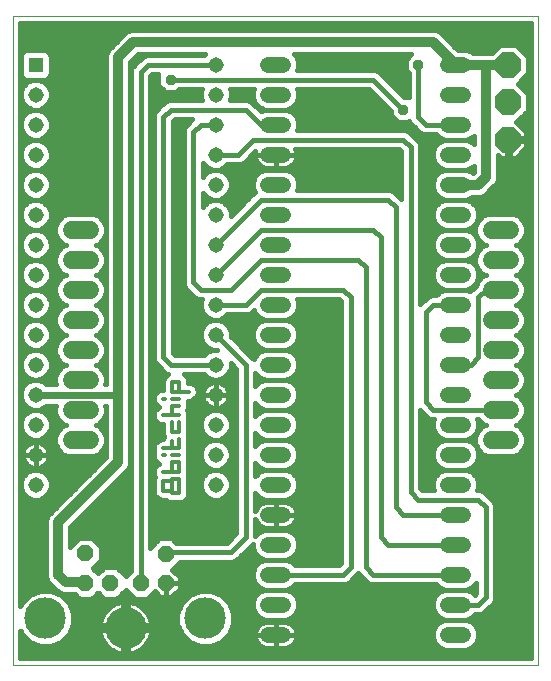
<source format=gtl>
G75*
G70*
%OFA0B0*%
%FSLAX24Y24*%
%IPPOS*%
%LPD*%
%AMOC8*
5,1,8,0,0,1.08239X$1,22.5*
%
%ADD10C,0.0000*%
%ADD11R,0.0515X0.0515*%
%ADD12C,0.0515*%
%ADD13C,0.0520*%
%ADD14C,0.1378*%
%ADD15OC8,0.0560*%
%ADD16C,0.0600*%
%ADD17OC8,0.0850*%
%ADD18C,0.0160*%
%ADD19OC8,0.0356*%
%ADD20C,0.0320*%
%ADD21C,0.0240*%
%ADD22C,0.0120*%
D10*
X002930Y001180D02*
X002930Y022800D01*
X020422Y022800D01*
X020422Y001180D01*
X002930Y001180D01*
D11*
X003680Y021180D03*
D12*
X003680Y020180D03*
X003680Y019180D03*
X003680Y018180D03*
X003680Y017180D03*
X003680Y016180D03*
X003680Y015180D03*
X003680Y014180D03*
X003680Y013180D03*
X003680Y012180D03*
X003680Y011180D03*
X003680Y010180D03*
X003680Y009180D03*
X003680Y008180D03*
X003680Y007180D03*
X009680Y007180D03*
X009680Y008180D03*
X009680Y009180D03*
X009680Y010180D03*
X009680Y011180D03*
X009680Y012180D03*
X009680Y013180D03*
X009680Y014180D03*
X009680Y015180D03*
X009680Y016180D03*
X009680Y017180D03*
X009680Y018180D03*
X009680Y019180D03*
X009680Y020180D03*
X009680Y021180D03*
D13*
X011420Y021180D02*
X011940Y021180D01*
X011940Y020180D02*
X011420Y020180D01*
X011420Y019180D02*
X011940Y019180D01*
X011940Y018180D02*
X011420Y018180D01*
X011420Y017180D02*
X011940Y017180D01*
X011940Y016180D02*
X011420Y016180D01*
X011420Y015180D02*
X011940Y015180D01*
X011940Y014180D02*
X011420Y014180D01*
X011420Y013180D02*
X011940Y013180D01*
X011940Y012180D02*
X011420Y012180D01*
X011420Y011180D02*
X011940Y011180D01*
X011940Y010180D02*
X011420Y010180D01*
X011420Y009180D02*
X011940Y009180D01*
X011940Y008180D02*
X011420Y008180D01*
X011420Y007180D02*
X011940Y007180D01*
X011940Y006180D02*
X011420Y006180D01*
X011420Y005180D02*
X011940Y005180D01*
X011940Y004180D02*
X011420Y004180D01*
X011420Y003180D02*
X011940Y003180D01*
X011940Y002180D02*
X011420Y002180D01*
X017420Y002180D02*
X017940Y002180D01*
X017940Y003180D02*
X017420Y003180D01*
X017420Y004180D02*
X017940Y004180D01*
X017940Y005180D02*
X017420Y005180D01*
X017420Y006180D02*
X017940Y006180D01*
X017940Y007180D02*
X017420Y007180D01*
X017420Y008180D02*
X017940Y008180D01*
X017940Y009180D02*
X017420Y009180D01*
X017420Y010180D02*
X017940Y010180D01*
X017940Y011180D02*
X017420Y011180D01*
X017420Y012180D02*
X017940Y012180D01*
X017940Y013180D02*
X017420Y013180D01*
X017420Y014180D02*
X017940Y014180D01*
X017940Y015180D02*
X017420Y015180D01*
X017420Y016180D02*
X017940Y016180D01*
X017940Y017180D02*
X017420Y017180D01*
X017420Y018180D02*
X017940Y018180D01*
X017940Y019180D02*
X017420Y019180D01*
X017420Y020180D02*
X017940Y020180D01*
X017940Y021180D02*
X017420Y021180D01*
D14*
X009337Y002725D03*
X006680Y002410D03*
X004003Y002725D03*
D15*
X005341Y003906D03*
X006168Y003906D03*
X005341Y004891D03*
X007192Y003906D03*
X008019Y003906D03*
X008019Y004871D03*
D16*
X005480Y008680D02*
X004880Y008680D01*
X004880Y009680D02*
X005480Y009680D01*
X005480Y010680D02*
X004880Y010680D01*
X004880Y011680D02*
X005480Y011680D01*
X005480Y012680D02*
X004880Y012680D01*
X004880Y013680D02*
X005480Y013680D01*
X005480Y014680D02*
X004880Y014680D01*
X004880Y015680D02*
X005480Y015680D01*
X018880Y015680D02*
X019480Y015680D01*
X019480Y014680D02*
X018880Y014680D01*
X018880Y013680D02*
X019480Y013680D01*
X019480Y012680D02*
X018880Y012680D01*
X018880Y011680D02*
X019480Y011680D01*
X019480Y010680D02*
X018880Y010680D01*
X018880Y009680D02*
X019480Y009680D01*
X019480Y008680D02*
X018880Y008680D01*
D17*
X019430Y018680D03*
X019430Y019930D03*
X019430Y021180D03*
D18*
X018936Y021627D02*
X018169Y021627D01*
X018223Y021604D02*
X018039Y021680D01*
X017746Y021680D01*
X017157Y022269D01*
X017010Y022330D01*
X006850Y022330D01*
X006703Y022269D01*
X006591Y022157D01*
X006091Y021657D01*
X006030Y021510D01*
X006030Y010540D01*
X006006Y010540D01*
X006020Y010573D01*
X006020Y010787D01*
X005938Y010986D01*
X005786Y011138D01*
X005684Y011180D01*
X005786Y011222D01*
X005938Y011374D01*
X006020Y011573D01*
X006020Y011787D01*
X005938Y011986D01*
X005786Y012138D01*
X005684Y012180D01*
X005786Y012222D01*
X005938Y012374D01*
X006020Y012573D01*
X006020Y012787D01*
X005938Y012986D01*
X005786Y013138D01*
X005684Y013180D01*
X005786Y013222D01*
X005938Y013374D01*
X006020Y013573D01*
X006020Y013787D01*
X005938Y013986D01*
X005786Y014138D01*
X005684Y014180D01*
X005786Y014222D01*
X005938Y014374D01*
X006020Y014573D01*
X006020Y014787D01*
X005938Y014986D01*
X005786Y015138D01*
X005684Y015180D01*
X005786Y015222D01*
X005938Y015374D01*
X006020Y015573D01*
X006020Y015787D01*
X005938Y015986D01*
X005786Y016138D01*
X005587Y016220D01*
X004773Y016220D01*
X004574Y016138D01*
X004422Y015986D01*
X004340Y015787D01*
X004340Y015573D01*
X004422Y015374D01*
X004574Y015222D01*
X004676Y015180D01*
X004574Y015138D01*
X004422Y014986D01*
X004340Y014787D01*
X004340Y014573D01*
X004422Y014374D01*
X004574Y014222D01*
X004676Y014180D01*
X004574Y014138D01*
X004422Y013986D01*
X004340Y013787D01*
X004340Y013573D01*
X004422Y013374D01*
X004574Y013222D01*
X004676Y013180D01*
X004574Y013138D01*
X004422Y012986D01*
X004340Y012787D01*
X004340Y012573D01*
X004422Y012374D01*
X004574Y012222D01*
X004676Y012180D01*
X004574Y012138D01*
X004422Y011986D01*
X004340Y011787D01*
X004340Y011573D01*
X004422Y011374D01*
X004574Y011222D01*
X004676Y011180D01*
X004574Y011138D01*
X004422Y010986D01*
X004340Y010787D01*
X004340Y010573D01*
X004353Y010540D01*
X004024Y010540D01*
X003962Y010602D01*
X003779Y010677D01*
X003581Y010677D01*
X003398Y010602D01*
X003258Y010462D01*
X003183Y010279D01*
X003183Y010081D01*
X003258Y009898D01*
X003398Y009758D01*
X003581Y009683D01*
X003779Y009683D01*
X003962Y009758D01*
X004024Y009820D01*
X004353Y009820D01*
X004340Y009787D01*
X004340Y009573D01*
X004422Y009374D01*
X004574Y009222D01*
X004676Y009180D01*
X004574Y009138D01*
X004422Y008986D01*
X004340Y008787D01*
X004340Y008573D01*
X004422Y008374D01*
X004574Y008222D01*
X004773Y008140D01*
X005587Y008140D01*
X005786Y008222D01*
X005938Y008374D01*
X006020Y008573D01*
X006020Y008787D01*
X005938Y008986D01*
X005786Y009138D01*
X005684Y009180D01*
X005786Y009222D01*
X005938Y009374D01*
X006020Y009573D01*
X006020Y009787D01*
X006006Y009820D01*
X006030Y009820D01*
X006030Y008096D01*
X004203Y006269D01*
X004091Y006157D01*
X004030Y006010D01*
X004030Y004100D01*
X004091Y003953D01*
X004341Y003703D01*
X004453Y003591D01*
X004600Y003530D01*
X004982Y003530D01*
X005126Y003386D01*
X005557Y003386D01*
X005755Y003584D01*
X005953Y003386D01*
X006384Y003386D01*
X006680Y003683D01*
X006976Y003386D01*
X007407Y003386D01*
X007648Y003627D01*
X007828Y003446D01*
X008010Y003446D01*
X008010Y003898D01*
X008027Y003898D01*
X008027Y003915D01*
X008479Y003915D01*
X008479Y004097D01*
X008225Y004351D01*
X008234Y004351D01*
X008493Y004610D01*
X010244Y004610D01*
X010361Y004659D01*
X010451Y004749D01*
X010920Y005217D01*
X010920Y005081D01*
X010996Y004897D01*
X011137Y004756D01*
X011321Y004680D01*
X011137Y004604D01*
X010996Y004463D01*
X010920Y004279D01*
X010920Y004081D01*
X010996Y003897D01*
X011137Y003756D01*
X011321Y003680D01*
X012039Y003680D01*
X012223Y003756D01*
X012327Y003860D01*
X013994Y003860D01*
X014111Y003909D01*
X014361Y004159D01*
X014430Y004227D01*
X014659Y003999D01*
X014749Y003909D01*
X014866Y003860D01*
X017033Y003860D01*
X017137Y003756D01*
X017321Y003680D01*
X017137Y003604D01*
X016996Y003463D01*
X016920Y003279D01*
X016920Y003081D01*
X016996Y002897D01*
X017137Y002756D01*
X017321Y002680D01*
X018039Y002680D01*
X018223Y002756D01*
X018327Y002860D01*
X018494Y002860D01*
X018611Y002909D01*
X018701Y002999D01*
X018951Y003249D01*
X019000Y003366D01*
X019000Y006494D01*
X018951Y006611D01*
X018861Y006701D01*
X018611Y006951D01*
X018494Y007000D01*
X018407Y007000D01*
X018440Y007081D01*
X018440Y007279D01*
X018364Y007463D01*
X018223Y007604D01*
X018039Y007680D01*
X017321Y007680D01*
X017137Y007604D01*
X016996Y007463D01*
X016920Y007279D01*
X016920Y007081D01*
X016953Y007000D01*
X016563Y007000D01*
X016500Y007063D01*
X016500Y009657D01*
X016659Y009499D01*
X016749Y009409D01*
X016866Y009360D01*
X016953Y009360D01*
X016920Y009279D01*
X016920Y009081D01*
X016996Y008897D01*
X017137Y008756D01*
X017321Y008680D01*
X018039Y008680D01*
X018223Y008756D01*
X018364Y008897D01*
X018440Y009081D01*
X018440Y009279D01*
X018407Y009360D01*
X018436Y009360D01*
X018574Y009222D01*
X018676Y009180D01*
X018574Y009138D01*
X018422Y008986D01*
X018340Y008787D01*
X018340Y008573D01*
X018422Y008374D01*
X018574Y008222D01*
X018773Y008140D01*
X019587Y008140D01*
X019786Y008222D01*
X019938Y008374D01*
X020020Y008573D01*
X020020Y008787D01*
X019938Y008986D01*
X019786Y009138D01*
X019684Y009180D01*
X019786Y009222D01*
X019938Y009374D01*
X020020Y009573D01*
X020020Y009787D01*
X019938Y009986D01*
X019786Y010138D01*
X019684Y010180D01*
X019786Y010222D01*
X019938Y010374D01*
X020020Y010573D01*
X020020Y010787D01*
X019938Y010986D01*
X019786Y011138D01*
X019684Y011180D01*
X019786Y011222D01*
X019938Y011374D01*
X020020Y011573D01*
X020020Y011787D01*
X019938Y011986D01*
X019786Y012138D01*
X019684Y012180D01*
X019786Y012222D01*
X019938Y012374D01*
X020020Y012573D01*
X020020Y012787D01*
X019938Y012986D01*
X019786Y013138D01*
X019684Y013180D01*
X019786Y013222D01*
X019938Y013374D01*
X020020Y013573D01*
X020020Y013787D01*
X019938Y013986D01*
X019786Y014138D01*
X019684Y014180D01*
X019786Y014222D01*
X019938Y014374D01*
X020020Y014573D01*
X020020Y014787D01*
X019938Y014986D01*
X019786Y015138D01*
X019684Y015180D01*
X019786Y015222D01*
X019938Y015374D01*
X020020Y015573D01*
X020020Y015787D01*
X019938Y015986D01*
X019786Y016138D01*
X019587Y016220D01*
X018773Y016220D01*
X018574Y016138D01*
X018422Y015986D01*
X018340Y015787D01*
X018340Y015573D01*
X018422Y015374D01*
X018574Y015222D01*
X018676Y015180D01*
X018574Y015138D01*
X018422Y014986D01*
X018340Y014787D01*
X018340Y014573D01*
X018422Y014374D01*
X018574Y014222D01*
X018676Y014180D01*
X018574Y014138D01*
X018422Y013986D01*
X018344Y013796D01*
X018172Y013625D01*
X018039Y013680D01*
X018223Y013756D01*
X018364Y013897D01*
X018440Y014081D01*
X018440Y014279D01*
X018364Y014463D01*
X018223Y014604D01*
X018039Y014680D01*
X018223Y014756D01*
X018364Y014897D01*
X018440Y015081D01*
X018440Y015279D01*
X018364Y015463D01*
X018223Y015604D01*
X018039Y015680D01*
X018223Y015756D01*
X018364Y015897D01*
X018440Y016081D01*
X018440Y016279D01*
X018364Y016463D01*
X018223Y016604D01*
X018039Y016680D01*
X017321Y016680D01*
X017137Y016604D01*
X016996Y016463D01*
X016920Y016279D01*
X016920Y016081D01*
X016996Y015897D01*
X017137Y015756D01*
X017321Y015680D01*
X018039Y015680D01*
X017321Y015680D01*
X017137Y015604D01*
X016996Y015463D01*
X016920Y015279D01*
X016920Y015081D01*
X016996Y014897D01*
X017137Y014756D01*
X017321Y014680D01*
X018039Y014680D01*
X017321Y014680D01*
X017137Y014604D01*
X016996Y014463D01*
X016920Y014279D01*
X016920Y014081D01*
X016996Y013897D01*
X017137Y013756D01*
X017321Y013680D01*
X018039Y013680D01*
X017321Y013680D01*
X017137Y013604D01*
X017033Y013500D01*
X016866Y013500D01*
X016749Y013451D01*
X016500Y013203D01*
X016500Y018494D01*
X016451Y018611D01*
X016361Y018701D01*
X016111Y018951D01*
X015994Y019000D01*
X012407Y019000D01*
X012440Y019081D01*
X012440Y019279D01*
X012364Y019463D01*
X012223Y019604D01*
X012039Y019680D01*
X012223Y019756D01*
X012364Y019897D01*
X012440Y020081D01*
X012440Y020279D01*
X012407Y020360D01*
X014797Y020360D01*
X015512Y019646D01*
X015512Y019507D01*
X015757Y019262D01*
X016103Y019262D01*
X016139Y019297D01*
X016159Y019249D01*
X016409Y018999D01*
X016499Y018909D01*
X016616Y018860D01*
X017033Y018860D01*
X017137Y018756D01*
X017321Y018680D01*
X017137Y018604D01*
X016996Y018463D01*
X016920Y018279D01*
X016920Y018081D01*
X016996Y017897D01*
X017137Y017756D01*
X017321Y017680D01*
X017137Y017604D01*
X016996Y017463D01*
X016920Y017279D01*
X016920Y017081D01*
X016996Y016897D01*
X017137Y016756D01*
X017321Y016680D01*
X018039Y016680D01*
X018223Y016756D01*
X018247Y016780D01*
X018510Y016780D01*
X018657Y016841D01*
X018907Y017091D01*
X019019Y017203D01*
X019080Y017350D01*
X019080Y018174D01*
X019179Y018075D01*
X019380Y018075D01*
X019380Y018630D01*
X019480Y018630D01*
X019480Y018730D01*
X020035Y018730D01*
X020035Y018931D01*
X019701Y019265D01*
X019705Y019265D01*
X020095Y019655D01*
X020095Y020205D01*
X019745Y020555D01*
X020095Y020905D01*
X020095Y021455D01*
X019705Y021845D01*
X019155Y021845D01*
X018890Y021580D01*
X018247Y021580D01*
X018223Y021604D01*
X017641Y021785D02*
X019095Y021785D01*
X019765Y021785D02*
X020182Y021785D01*
X020182Y021627D02*
X019924Y021627D01*
X020082Y021468D02*
X020182Y021468D01*
X020182Y021310D02*
X020095Y021310D01*
X020095Y021151D02*
X020182Y021151D01*
X020182Y020993D02*
X020095Y020993D01*
X020024Y020834D02*
X020182Y020834D01*
X020182Y020676D02*
X019866Y020676D01*
X019783Y020517D02*
X020182Y020517D01*
X020182Y020359D02*
X019942Y020359D01*
X020095Y020200D02*
X020182Y020200D01*
X020182Y020042D02*
X020095Y020042D01*
X020095Y019883D02*
X020182Y019883D01*
X020182Y019725D02*
X020095Y019725D01*
X020182Y019566D02*
X020006Y019566D01*
X019848Y019408D02*
X020182Y019408D01*
X020182Y019249D02*
X019717Y019249D01*
X019875Y019091D02*
X020182Y019091D01*
X020182Y018932D02*
X020034Y018932D01*
X020035Y018774D02*
X020182Y018774D01*
X020182Y018615D02*
X020035Y018615D01*
X020035Y018630D02*
X019480Y018630D01*
X019480Y018075D01*
X019681Y018075D01*
X020035Y018429D01*
X020035Y018630D01*
X020035Y018457D02*
X020182Y018457D01*
X020182Y018298D02*
X019904Y018298D01*
X019745Y018140D02*
X020182Y018140D01*
X020182Y017981D02*
X019080Y017981D01*
X019080Y017823D02*
X020182Y017823D01*
X020182Y017664D02*
X019080Y017664D01*
X019080Y017506D02*
X020182Y017506D01*
X020182Y017347D02*
X019079Y017347D01*
X019004Y017189D02*
X020182Y017189D01*
X020182Y017030D02*
X018846Y017030D01*
X018687Y016872D02*
X020182Y016872D01*
X020182Y016713D02*
X018119Y016713D01*
X018273Y016555D02*
X020182Y016555D01*
X020182Y016396D02*
X018392Y016396D01*
X018440Y016238D02*
X020182Y016238D01*
X020182Y016079D02*
X019845Y016079D01*
X019965Y015921D02*
X020182Y015921D01*
X020182Y015762D02*
X020020Y015762D01*
X020020Y015604D02*
X020182Y015604D01*
X020182Y015445D02*
X019967Y015445D01*
X019850Y015287D02*
X020182Y015287D01*
X020182Y015128D02*
X019796Y015128D01*
X019945Y014970D02*
X020182Y014970D01*
X020182Y014811D02*
X020010Y014811D01*
X020020Y014653D02*
X020182Y014653D01*
X020182Y014494D02*
X019987Y014494D01*
X019899Y014336D02*
X020182Y014336D01*
X020182Y014177D02*
X019691Y014177D01*
X019905Y014019D02*
X020182Y014019D01*
X020182Y013860D02*
X019990Y013860D01*
X020020Y013702D02*
X020182Y013702D01*
X020182Y013543D02*
X020008Y013543D01*
X019942Y013385D02*
X020182Y013385D01*
X020182Y013226D02*
X019790Y013226D01*
X019856Y013068D02*
X020182Y013068D01*
X020182Y012909D02*
X019970Y012909D01*
X020020Y012751D02*
X020182Y012751D01*
X020182Y012592D02*
X020020Y012592D01*
X019962Y012434D02*
X020182Y012434D01*
X020182Y012275D02*
X019839Y012275D01*
X019807Y012117D02*
X020182Y012117D01*
X020182Y011958D02*
X019949Y011958D01*
X020015Y011800D02*
X020182Y011800D01*
X020182Y011641D02*
X020020Y011641D01*
X019983Y011483D02*
X020182Y011483D01*
X020182Y011324D02*
X019888Y011324D01*
X019719Y011166D02*
X020182Y011166D01*
X020182Y011007D02*
X019917Y011007D01*
X019995Y010849D02*
X020182Y010849D01*
X020182Y010690D02*
X020020Y010690D01*
X020003Y010532D02*
X020182Y010532D01*
X020182Y010373D02*
X019937Y010373D01*
X019767Y010215D02*
X020182Y010215D01*
X020182Y010056D02*
X019868Y010056D01*
X019974Y009898D02*
X020182Y009898D01*
X020182Y009739D02*
X020020Y009739D01*
X020020Y009581D02*
X020182Y009581D01*
X020182Y009422D02*
X019958Y009422D01*
X019827Y009264D02*
X020182Y009264D01*
X020182Y009105D02*
X019819Y009105D01*
X019954Y008947D02*
X020182Y008947D01*
X020182Y008788D02*
X020020Y008788D01*
X020020Y008630D02*
X020182Y008630D01*
X020182Y008471D02*
X019978Y008471D01*
X019876Y008313D02*
X020182Y008313D01*
X020182Y008154D02*
X019621Y008154D01*
X020182Y007996D02*
X018405Y007996D01*
X018440Y008081D02*
X018440Y008279D01*
X018364Y008463D01*
X018223Y008604D01*
X018039Y008680D01*
X017321Y008680D01*
X017137Y008604D01*
X016996Y008463D01*
X016920Y008279D01*
X016920Y008081D01*
X016996Y007897D01*
X017137Y007756D01*
X017321Y007680D01*
X018039Y007680D01*
X018223Y007756D01*
X018364Y007897D01*
X018440Y008081D01*
X018440Y008154D02*
X018739Y008154D01*
X018484Y008313D02*
X018426Y008313D01*
X018382Y008471D02*
X018356Y008471D01*
X018340Y008630D02*
X018161Y008630D01*
X018255Y008788D02*
X018340Y008788D01*
X018384Y008947D02*
X018406Y008947D01*
X018440Y009105D02*
X018541Y009105D01*
X018533Y009264D02*
X018440Y009264D01*
X019180Y009680D02*
X016930Y009680D01*
X016680Y009930D01*
X016680Y012930D01*
X016930Y013180D01*
X017680Y013180D01*
X018091Y013702D02*
X018249Y013702D01*
X018327Y013860D02*
X018370Y013860D01*
X018414Y014019D02*
X018455Y014019D01*
X018440Y014177D02*
X018669Y014177D01*
X018461Y014336D02*
X018417Y014336D01*
X018373Y014494D02*
X018333Y014494D01*
X018340Y014653D02*
X018106Y014653D01*
X018278Y014811D02*
X018350Y014811D01*
X018394Y014970D02*
X018415Y014970D01*
X018440Y015128D02*
X018564Y015128D01*
X018510Y015287D02*
X018437Y015287D01*
X018393Y015445D02*
X018371Y015445D01*
X018340Y015604D02*
X018224Y015604D01*
X018229Y015762D02*
X018340Y015762D01*
X018374Y015921D02*
X018395Y015921D01*
X018439Y016079D02*
X018515Y016079D01*
X017241Y016713D02*
X016500Y016713D01*
X016500Y016555D02*
X017087Y016555D01*
X016968Y016396D02*
X016500Y016396D01*
X016500Y016238D02*
X016920Y016238D01*
X016921Y016079D02*
X016500Y016079D01*
X016500Y015921D02*
X016986Y015921D01*
X017131Y015762D02*
X016500Y015762D01*
X016500Y015604D02*
X017136Y015604D01*
X016989Y015445D02*
X016500Y015445D01*
X016500Y015287D02*
X016923Y015287D01*
X016920Y015128D02*
X016500Y015128D01*
X016500Y014970D02*
X016966Y014970D01*
X017082Y014811D02*
X016500Y014811D01*
X016500Y014653D02*
X017254Y014653D01*
X017027Y014494D02*
X016500Y014494D01*
X016500Y014336D02*
X016943Y014336D01*
X016920Y014177D02*
X016500Y014177D01*
X016500Y014019D02*
X016946Y014019D01*
X017033Y013860D02*
X016500Y013860D01*
X016500Y013702D02*
X017269Y013702D01*
X017076Y013543D02*
X016500Y013543D01*
X016500Y013385D02*
X016682Y013385D01*
X016523Y013226D02*
X016500Y013226D01*
X018430Y013430D02*
X018430Y011430D01*
X018180Y011180D01*
X017680Y011180D01*
X016577Y009581D02*
X016500Y009581D01*
X016500Y009422D02*
X016735Y009422D01*
X016920Y009264D02*
X016500Y009264D01*
X016500Y009105D02*
X016920Y009105D01*
X016976Y008947D02*
X016500Y008947D01*
X016500Y008788D02*
X017105Y008788D01*
X017199Y008630D02*
X016500Y008630D01*
X016500Y008471D02*
X017004Y008471D01*
X016934Y008313D02*
X016500Y008313D01*
X016500Y008154D02*
X016920Y008154D01*
X016955Y007996D02*
X016500Y007996D01*
X016500Y007837D02*
X017056Y007837D01*
X017317Y007679D02*
X016500Y007679D01*
X016500Y007520D02*
X017053Y007520D01*
X016954Y007362D02*
X016500Y007362D01*
X016500Y007203D02*
X016920Y007203D01*
X016935Y007045D02*
X016518Y007045D01*
X016180Y006930D02*
X016430Y006680D01*
X018430Y006680D01*
X018680Y006430D01*
X018680Y003430D01*
X018430Y003180D01*
X017680Y003180D01*
X018039Y003680D02*
X017321Y003680D01*
X018039Y003680D01*
X018223Y003604D01*
X018312Y003515D01*
X018360Y003563D01*
X018360Y003893D01*
X018223Y003756D01*
X018039Y003680D01*
X018126Y003716D02*
X018360Y003716D01*
X018360Y003875D02*
X018342Y003875D01*
X018355Y003558D02*
X018270Y003558D01*
X018785Y003082D02*
X020182Y003082D01*
X020182Y002924D02*
X018626Y002924D01*
X018943Y003241D02*
X020182Y003241D01*
X020182Y003399D02*
X019000Y003399D01*
X019000Y003558D02*
X020182Y003558D01*
X020182Y003716D02*
X019000Y003716D01*
X019000Y003875D02*
X020182Y003875D01*
X020182Y004033D02*
X019000Y004033D01*
X019000Y004192D02*
X020182Y004192D01*
X020182Y004350D02*
X019000Y004350D01*
X019000Y004509D02*
X020182Y004509D01*
X020182Y004667D02*
X019000Y004667D01*
X019000Y004826D02*
X020182Y004826D01*
X020182Y004984D02*
X019000Y004984D01*
X019000Y005143D02*
X020182Y005143D01*
X020182Y005301D02*
X019000Y005301D01*
X019000Y005460D02*
X020182Y005460D01*
X020182Y005618D02*
X019000Y005618D01*
X019000Y005777D02*
X020182Y005777D01*
X020182Y005935D02*
X019000Y005935D01*
X019000Y006094D02*
X020182Y006094D01*
X020182Y006252D02*
X019000Y006252D01*
X019000Y006411D02*
X020182Y006411D01*
X020182Y006569D02*
X018969Y006569D01*
X018835Y006728D02*
X020182Y006728D01*
X020182Y006886D02*
X018677Y006886D01*
X018425Y007045D02*
X020182Y007045D01*
X020182Y007203D02*
X018440Y007203D01*
X018406Y007362D02*
X020182Y007362D01*
X020182Y007520D02*
X018307Y007520D01*
X018043Y007679D02*
X020182Y007679D01*
X020182Y007837D02*
X018304Y007837D01*
X017680Y006180D02*
X015930Y006180D01*
X015680Y006430D01*
X015680Y016430D01*
X015430Y016680D01*
X011180Y016680D01*
X009680Y015180D01*
X009680Y014180D02*
X011180Y015680D01*
X014930Y015680D01*
X015180Y015430D01*
X015180Y005430D01*
X015430Y005180D01*
X017680Y005180D01*
X017680Y004180D02*
X014930Y004180D01*
X014680Y004430D01*
X014680Y014430D01*
X014430Y014680D01*
X011180Y014680D01*
X010180Y013680D01*
X009180Y013680D01*
X008930Y013930D01*
X008930Y018930D01*
X009180Y019180D01*
X009680Y019180D01*
X008907Y019360D02*
X008659Y019111D01*
X008610Y018994D01*
X008610Y013866D01*
X008659Y013749D01*
X008909Y013499D01*
X008999Y013409D01*
X009116Y013360D01*
X009216Y013360D01*
X009183Y013279D01*
X009183Y013081D01*
X009258Y012898D01*
X009398Y012758D01*
X009581Y012683D01*
X009779Y012683D01*
X009962Y012758D01*
X010064Y012860D01*
X010744Y012860D01*
X010861Y012909D01*
X010953Y013001D01*
X010996Y012897D01*
X011137Y012756D01*
X011321Y012680D01*
X012039Y012680D01*
X012223Y012756D01*
X012364Y012897D01*
X012440Y013081D01*
X012440Y013279D01*
X012407Y013360D01*
X013797Y013360D01*
X013860Y013297D01*
X013860Y004563D01*
X013797Y004500D01*
X012327Y004500D01*
X012223Y004604D01*
X012039Y004680D01*
X011321Y004680D01*
X012039Y004680D01*
X012223Y004756D01*
X012364Y004897D01*
X012440Y005081D01*
X012440Y005279D01*
X012364Y005463D01*
X012223Y005604D01*
X012039Y005680D01*
X011321Y005680D01*
X011137Y005604D01*
X011000Y005467D01*
X011000Y006049D01*
X011012Y006011D01*
X011044Y005949D01*
X011084Y005893D01*
X011133Y005844D01*
X011189Y005804D01*
X011251Y005772D01*
X011317Y005751D01*
X011385Y005740D01*
X011680Y005740D01*
X011975Y005740D01*
X012043Y005751D01*
X012109Y005772D01*
X012171Y005804D01*
X012227Y005844D01*
X012276Y005893D01*
X012316Y005949D01*
X012348Y006011D01*
X012369Y006077D01*
X012380Y006145D01*
X012380Y006180D01*
X012380Y006215D01*
X012369Y006283D01*
X012348Y006349D01*
X012316Y006411D01*
X012276Y006467D01*
X012227Y006516D01*
X012171Y006556D01*
X012109Y006588D01*
X012043Y006609D01*
X011975Y006620D01*
X011680Y006620D01*
X011680Y006180D01*
X011680Y006180D01*
X012380Y006180D01*
X011680Y006180D01*
X011680Y006180D01*
X011680Y006620D01*
X011385Y006620D01*
X011317Y006609D01*
X011251Y006588D01*
X011189Y006556D01*
X011133Y006516D01*
X011084Y006467D01*
X011044Y006411D01*
X011012Y006349D01*
X011000Y006311D01*
X011000Y006893D01*
X011137Y006756D01*
X011321Y006680D01*
X012039Y006680D01*
X012223Y006756D01*
X012364Y006897D01*
X012440Y007081D01*
X012440Y007279D01*
X012364Y007463D01*
X012223Y007604D01*
X012039Y007680D01*
X012223Y007756D01*
X012364Y007897D01*
X012440Y008081D01*
X012440Y008279D01*
X012364Y008463D01*
X012223Y008604D01*
X012039Y008680D01*
X012223Y008756D01*
X012364Y008897D01*
X012440Y009081D01*
X012440Y009279D01*
X012364Y009463D01*
X012223Y009604D01*
X012039Y009680D01*
X012223Y009756D01*
X012364Y009897D01*
X012440Y010081D01*
X012440Y010279D01*
X012364Y010463D01*
X012223Y010604D01*
X012039Y010680D01*
X012223Y010756D01*
X012364Y010897D01*
X012440Y011081D01*
X012440Y011279D01*
X012364Y011463D01*
X012223Y011604D01*
X012039Y011680D01*
X011321Y011680D01*
X011137Y011604D01*
X010996Y011463D01*
X010953Y011358D01*
X010951Y011361D01*
X010861Y011451D01*
X010177Y012135D01*
X010177Y012279D01*
X010102Y012462D01*
X009962Y012602D01*
X009779Y012677D01*
X009581Y012677D01*
X009398Y012602D01*
X009258Y012462D01*
X009183Y012279D01*
X009183Y012081D01*
X009258Y011898D01*
X009398Y011758D01*
X009581Y011683D01*
X009725Y011683D01*
X009730Y011677D01*
X009581Y011677D01*
X009398Y011602D01*
X009296Y011500D01*
X008313Y011500D01*
X008250Y011563D01*
X008250Y019297D01*
X008313Y019360D01*
X008907Y019360D01*
X008796Y019249D02*
X008250Y019249D01*
X008250Y019091D02*
X008650Y019091D01*
X008610Y018932D02*
X008250Y018932D01*
X008250Y018774D02*
X008610Y018774D01*
X008610Y018615D02*
X008250Y018615D01*
X008250Y018457D02*
X008610Y018457D01*
X008610Y018298D02*
X008250Y018298D01*
X008250Y018140D02*
X008610Y018140D01*
X008610Y017981D02*
X008250Y017981D01*
X008250Y017823D02*
X008610Y017823D01*
X008610Y017664D02*
X008250Y017664D01*
X008250Y017506D02*
X008610Y017506D01*
X008610Y017347D02*
X008250Y017347D01*
X008250Y017189D02*
X008610Y017189D01*
X008610Y017030D02*
X008250Y017030D01*
X008250Y016872D02*
X008610Y016872D01*
X008610Y016713D02*
X008250Y016713D01*
X008250Y016555D02*
X008610Y016555D01*
X008610Y016396D02*
X008250Y016396D01*
X008250Y016238D02*
X008610Y016238D01*
X008610Y016079D02*
X008250Y016079D01*
X008250Y015921D02*
X008610Y015921D01*
X008610Y015762D02*
X008250Y015762D01*
X008250Y015604D02*
X008610Y015604D01*
X008610Y015445D02*
X008250Y015445D01*
X008250Y015287D02*
X008610Y015287D01*
X008610Y015128D02*
X008250Y015128D01*
X008250Y014970D02*
X008610Y014970D01*
X008610Y014811D02*
X008250Y014811D01*
X008250Y014653D02*
X008610Y014653D01*
X008610Y014494D02*
X008250Y014494D01*
X008250Y014336D02*
X008610Y014336D01*
X008610Y014177D02*
X008250Y014177D01*
X008250Y014019D02*
X008610Y014019D01*
X008613Y013860D02*
X008250Y013860D01*
X008250Y013702D02*
X008706Y013702D01*
X008864Y013543D02*
X008250Y013543D01*
X008250Y013385D02*
X009057Y013385D01*
X009183Y013226D02*
X008250Y013226D01*
X008250Y013068D02*
X009188Y013068D01*
X009254Y012909D02*
X008250Y012909D01*
X008250Y012751D02*
X009417Y012751D01*
X009388Y012592D02*
X008250Y012592D01*
X008250Y012434D02*
X009247Y012434D01*
X009183Y012275D02*
X008250Y012275D01*
X008250Y012117D02*
X009183Y012117D01*
X009233Y011958D02*
X008250Y011958D01*
X008250Y011800D02*
X009357Y011800D01*
X009493Y011641D02*
X008250Y011641D01*
X007930Y011430D02*
X007930Y019430D01*
X008180Y019680D01*
X010680Y019680D01*
X011180Y019180D01*
X011680Y019180D01*
X012039Y019680D02*
X011321Y019680D01*
X012039Y019680D01*
X012147Y019725D02*
X015433Y019725D01*
X015512Y019566D02*
X012261Y019566D01*
X012387Y019408D02*
X015611Y019408D01*
X015930Y019680D02*
X014930Y020680D01*
X008180Y020680D01*
X008451Y020360D02*
X009216Y020360D01*
X009183Y020279D01*
X009183Y020081D01*
X009216Y020000D01*
X008116Y020000D01*
X007999Y019951D01*
X007909Y019861D01*
X007659Y019611D01*
X007610Y019494D01*
X007610Y011366D01*
X007659Y011249D01*
X007749Y011159D01*
X007999Y010909D01*
X008092Y010870D01*
X008061Y010858D01*
X007977Y010773D01*
X007931Y010663D01*
X007931Y010352D01*
X007857Y010352D01*
X007746Y010306D01*
X007662Y010222D01*
X007616Y010112D01*
X007616Y009992D01*
X007662Y009882D01*
X007746Y009798D01*
X007798Y009776D01*
X007746Y009755D01*
X007662Y009671D01*
X007616Y009561D01*
X007616Y009441D01*
X007662Y009331D01*
X007746Y009247D01*
X007857Y009201D01*
X007931Y009201D01*
X007931Y008890D01*
X007972Y008792D01*
X007933Y008699D01*
X007857Y008699D01*
X007746Y008653D01*
X007662Y008568D01*
X007616Y008458D01*
X007616Y008339D01*
X007640Y008280D01*
X007616Y008222D01*
X007616Y008103D01*
X007662Y007992D01*
X007746Y007908D01*
X007798Y007887D01*
X007746Y007865D01*
X007662Y007781D01*
X007616Y007671D01*
X007616Y007551D01*
X007657Y007454D01*
X007616Y007356D01*
X007616Y006922D01*
X007662Y006811D01*
X007746Y006727D01*
X007857Y006681D01*
X008028Y006681D01*
X008061Y006648D01*
X008172Y006602D01*
X008527Y006602D01*
X008637Y006648D01*
X008722Y006733D01*
X008767Y006843D01*
X008767Y007435D01*
X008743Y007493D01*
X008767Y007551D01*
X008767Y007986D01*
X008743Y008044D01*
X008767Y008103D01*
X008767Y008222D01*
X008743Y008280D01*
X008767Y008339D01*
X008767Y008773D01*
X008743Y008832D01*
X008767Y008890D01*
X008767Y009324D01*
X008743Y009383D01*
X008767Y009441D01*
X008767Y009561D01*
X008727Y009658D01*
X008767Y009756D01*
X008767Y009876D01*
X008743Y009934D01*
X008766Y009988D01*
X008842Y009988D01*
X008952Y010034D01*
X009037Y010118D01*
X009082Y010229D01*
X009082Y010348D01*
X009037Y010458D01*
X008952Y010543D01*
X008842Y010588D01*
X008767Y010588D01*
X008767Y010663D01*
X008722Y010773D01*
X008637Y010858D01*
X008631Y010860D01*
X009296Y010860D01*
X009398Y010758D01*
X009581Y010683D01*
X009779Y010683D01*
X009962Y010758D01*
X010102Y010898D01*
X010177Y011081D01*
X010177Y011230D01*
X010360Y011047D01*
X010360Y005563D01*
X010047Y005250D01*
X008375Y005250D01*
X008234Y005391D01*
X007803Y005391D01*
X007500Y005088D01*
X007500Y020797D01*
X007563Y020860D01*
X007769Y020860D01*
X007762Y020853D01*
X007762Y020507D01*
X008007Y020262D01*
X008353Y020262D01*
X008451Y020360D01*
X008450Y020359D02*
X009215Y020359D01*
X009183Y020200D02*
X007500Y020200D01*
X007500Y020042D02*
X009199Y020042D01*
X010144Y020000D02*
X010177Y020081D01*
X010177Y020279D01*
X010144Y020360D01*
X010953Y020360D01*
X010920Y020279D01*
X010920Y020081D01*
X010996Y019897D01*
X011137Y019756D01*
X011321Y019680D01*
X011188Y019625D01*
X010861Y019951D01*
X010744Y020000D01*
X010144Y020000D01*
X010161Y020042D02*
X010936Y020042D01*
X010920Y020200D02*
X010177Y020200D01*
X010145Y020359D02*
X010953Y020359D01*
X010930Y019883D02*
X011010Y019883D01*
X011088Y019725D02*
X011213Y019725D01*
X010930Y018680D02*
X015930Y018680D01*
X016180Y018430D01*
X016180Y006930D01*
X013860Y006886D02*
X012353Y006886D01*
X012425Y007045D02*
X013860Y007045D01*
X013860Y007203D02*
X012440Y007203D01*
X012406Y007362D02*
X013860Y007362D01*
X013860Y007520D02*
X012307Y007520D01*
X012043Y007679D02*
X013860Y007679D01*
X013860Y007837D02*
X012304Y007837D01*
X012405Y007996D02*
X013860Y007996D01*
X013860Y008154D02*
X012440Y008154D01*
X012426Y008313D02*
X013860Y008313D01*
X013860Y008471D02*
X012356Y008471D01*
X012161Y008630D02*
X013860Y008630D01*
X013860Y008788D02*
X012255Y008788D01*
X012384Y008947D02*
X013860Y008947D01*
X013860Y009105D02*
X012440Y009105D01*
X012440Y009264D02*
X013860Y009264D01*
X013860Y009422D02*
X012381Y009422D01*
X012247Y009581D02*
X013860Y009581D01*
X013860Y009739D02*
X012182Y009739D01*
X012039Y009680D02*
X011321Y009680D01*
X011137Y009756D01*
X011000Y009893D01*
X011000Y009467D01*
X011137Y009604D01*
X011321Y009680D01*
X012039Y009680D01*
X012364Y009898D02*
X013860Y009898D01*
X013860Y010056D02*
X012430Y010056D01*
X012440Y010215D02*
X013860Y010215D01*
X013860Y010373D02*
X012401Y010373D01*
X012296Y010532D02*
X013860Y010532D01*
X013860Y010690D02*
X012064Y010690D01*
X012039Y010680D02*
X011321Y010680D01*
X011137Y010756D01*
X011000Y010893D01*
X011000Y010467D01*
X011137Y010604D01*
X011321Y010680D01*
X012039Y010680D01*
X012316Y010849D02*
X013860Y010849D01*
X013860Y011007D02*
X012410Y011007D01*
X012440Y011166D02*
X013860Y011166D01*
X013860Y011324D02*
X012422Y011324D01*
X012345Y011483D02*
X013860Y011483D01*
X013860Y011641D02*
X012134Y011641D01*
X012039Y011680D02*
X012223Y011756D01*
X012364Y011897D01*
X012440Y012081D01*
X012440Y012279D01*
X012364Y012463D01*
X012223Y012604D01*
X012039Y012680D01*
X011321Y012680D01*
X011137Y012604D01*
X010996Y012463D01*
X010920Y012279D01*
X010920Y012081D01*
X010996Y011897D01*
X011137Y011756D01*
X011321Y011680D01*
X012039Y011680D01*
X012267Y011800D02*
X013860Y011800D01*
X013860Y011958D02*
X012389Y011958D01*
X012440Y012117D02*
X013860Y012117D01*
X013860Y012275D02*
X012440Y012275D01*
X012376Y012434D02*
X013860Y012434D01*
X013860Y012592D02*
X012235Y012592D01*
X012210Y012751D02*
X013860Y012751D01*
X013860Y012909D02*
X012369Y012909D01*
X012435Y013068D02*
X013860Y013068D01*
X013860Y013226D02*
X012440Y013226D01*
X011180Y013680D02*
X013930Y013680D01*
X014180Y013430D01*
X014180Y004430D01*
X013930Y004180D01*
X011680Y004180D01*
X012039Y003680D02*
X011321Y003680D01*
X011137Y003604D01*
X010996Y003463D01*
X010920Y003279D01*
X010920Y003081D01*
X010996Y002897D01*
X011137Y002756D01*
X011321Y002680D01*
X012039Y002680D01*
X012223Y002756D01*
X012364Y002897D01*
X012440Y003081D01*
X012440Y003279D01*
X012364Y003463D01*
X012223Y003604D01*
X012039Y003680D01*
X012126Y003716D02*
X017234Y003716D01*
X017090Y003558D02*
X012270Y003558D01*
X012390Y003399D02*
X016970Y003399D01*
X016920Y003241D02*
X012440Y003241D01*
X012440Y003082D02*
X016920Y003082D01*
X016985Y002924D02*
X012375Y002924D01*
X012232Y002765D02*
X017128Y002765D01*
X017143Y002607D02*
X012051Y002607D01*
X012043Y002609D02*
X011975Y002620D01*
X011680Y002620D01*
X011680Y002180D01*
X011680Y002180D01*
X012380Y002180D01*
X012380Y002215D01*
X012369Y002283D01*
X012348Y002349D01*
X012316Y002411D01*
X012276Y002467D01*
X012227Y002516D01*
X012171Y002556D01*
X012109Y002588D01*
X012043Y002609D01*
X012289Y002448D02*
X016990Y002448D01*
X016996Y002463D02*
X016920Y002279D01*
X016920Y002081D01*
X016996Y001897D01*
X017137Y001756D01*
X017321Y001680D01*
X018039Y001680D01*
X018223Y001756D01*
X018364Y001897D01*
X018440Y002081D01*
X018440Y002279D01*
X018364Y002463D01*
X018223Y002604D01*
X018039Y002680D01*
X017321Y002680D01*
X017137Y002604D01*
X016996Y002463D01*
X016924Y002290D02*
X012367Y002290D01*
X012380Y002180D02*
X011680Y002180D01*
X011680Y002180D01*
X011680Y001740D01*
X011975Y001740D01*
X012043Y001751D01*
X012109Y001772D01*
X012171Y001804D01*
X012227Y001844D01*
X012276Y001893D01*
X012316Y001949D01*
X012348Y002011D01*
X012369Y002077D01*
X012380Y002145D01*
X012380Y002180D01*
X012378Y002131D02*
X016920Y002131D01*
X016965Y001973D02*
X012328Y001973D01*
X012185Y001814D02*
X017079Y001814D01*
X018281Y001814D02*
X020182Y001814D01*
X020182Y001656D02*
X007111Y001656D01*
X007065Y001629D02*
X007164Y001686D01*
X007254Y001756D01*
X007335Y001836D01*
X007404Y001927D01*
X007461Y002025D01*
X007505Y002130D01*
X007534Y002240D01*
X007546Y002330D01*
X006760Y002330D01*
X006760Y001544D01*
X006850Y001556D01*
X006960Y001586D01*
X007065Y001629D01*
X006760Y001656D02*
X006600Y001656D01*
X006600Y001544D02*
X006600Y002330D01*
X006760Y002330D01*
X006760Y002490D01*
X007546Y002490D01*
X007534Y002580D01*
X007505Y002690D01*
X007461Y002795D01*
X007404Y002894D01*
X007335Y002984D01*
X007254Y003065D01*
X007164Y003134D01*
X007065Y003191D01*
X006960Y003235D01*
X006850Y003264D01*
X006760Y003276D01*
X006760Y002490D01*
X006600Y002490D01*
X006600Y002330D01*
X005814Y002330D01*
X005826Y002240D01*
X005855Y002130D01*
X005899Y002025D01*
X005956Y001927D01*
X006025Y001836D01*
X006106Y001756D01*
X006196Y001686D01*
X006295Y001629D01*
X006400Y001586D01*
X006510Y001556D01*
X006600Y001544D01*
X006600Y001814D02*
X006760Y001814D01*
X006760Y001973D02*
X006600Y001973D01*
X006600Y002131D02*
X006760Y002131D01*
X006760Y002290D02*
X006600Y002290D01*
X006600Y002448D02*
X004893Y002448D01*
X004932Y002540D02*
X004932Y002910D01*
X004790Y003251D01*
X004529Y003513D01*
X004188Y003654D01*
X003818Y003654D01*
X003477Y003513D01*
X003215Y003251D01*
X003170Y003142D01*
X003170Y022560D01*
X020182Y022560D01*
X020182Y001420D01*
X003170Y001420D01*
X003170Y002308D01*
X003215Y002199D01*
X003477Y001938D01*
X003818Y001796D01*
X004188Y001796D01*
X004529Y001938D01*
X004790Y002199D01*
X004932Y002540D01*
X004932Y002607D02*
X005833Y002607D01*
X005826Y002580D02*
X005814Y002490D01*
X006600Y002490D01*
X006600Y003276D01*
X006510Y003264D01*
X006400Y003235D01*
X006295Y003191D01*
X006196Y003134D01*
X006106Y003065D01*
X006025Y002984D01*
X005956Y002894D01*
X005899Y002795D01*
X005855Y002690D01*
X005826Y002580D01*
X005886Y002765D02*
X004932Y002765D01*
X004926Y002924D02*
X005978Y002924D01*
X006128Y003082D02*
X004861Y003082D01*
X004795Y003241D02*
X006421Y003241D01*
X006396Y003399D02*
X006964Y003399D01*
X006939Y003241D02*
X008545Y003241D01*
X008550Y003251D02*
X008409Y002910D01*
X008409Y002540D01*
X008550Y002199D01*
X008811Y001938D01*
X009153Y001796D01*
X009522Y001796D01*
X009864Y001938D01*
X010125Y002199D01*
X010266Y002540D01*
X010266Y002910D01*
X010125Y003251D01*
X009864Y003513D01*
X009522Y003654D01*
X009153Y003654D01*
X008811Y003513D01*
X008550Y003251D01*
X008480Y003082D02*
X007232Y003082D01*
X007382Y002924D02*
X008414Y002924D01*
X008409Y002765D02*
X007474Y002765D01*
X007527Y002607D02*
X008409Y002607D01*
X008447Y002448D02*
X006760Y002448D01*
X006760Y002607D02*
X006600Y002607D01*
X006600Y002765D02*
X006760Y002765D01*
X006760Y002924D02*
X006600Y002924D01*
X006600Y003082D02*
X006760Y003082D01*
X006760Y003241D02*
X006600Y003241D01*
X006555Y003558D02*
X006805Y003558D01*
X007180Y003918D02*
X007192Y003906D01*
X007180Y003918D02*
X007180Y020930D01*
X007430Y021180D01*
X009680Y021180D01*
X009326Y021530D02*
X009296Y021500D01*
X007366Y021500D01*
X007249Y021451D01*
X006999Y021201D01*
X006909Y021111D01*
X006860Y020994D01*
X006860Y004310D01*
X006680Y004130D01*
X006384Y004426D01*
X005953Y004426D01*
X005755Y004228D01*
X005585Y004399D01*
X005861Y004675D01*
X005861Y005106D01*
X005557Y005411D01*
X005126Y005411D01*
X004830Y005115D01*
X004830Y005764D01*
X006769Y007703D01*
X006830Y007850D01*
X006830Y008010D01*
X006830Y010100D01*
X006830Y021264D01*
X007096Y021530D01*
X009326Y021530D01*
X007910Y020359D02*
X007500Y020359D01*
X007500Y020517D02*
X007762Y020517D01*
X007762Y020676D02*
X007500Y020676D01*
X007537Y020834D02*
X007762Y020834D01*
X007289Y021468D02*
X007034Y021468D01*
X007107Y021310D02*
X006875Y021310D01*
X006830Y021151D02*
X006948Y021151D01*
X006860Y020993D02*
X006830Y020993D01*
X006830Y020834D02*
X006860Y020834D01*
X006860Y020676D02*
X006830Y020676D01*
X006830Y020517D02*
X006860Y020517D01*
X006860Y020359D02*
X006830Y020359D01*
X006830Y020200D02*
X006860Y020200D01*
X006860Y020042D02*
X006830Y020042D01*
X006830Y019883D02*
X006860Y019883D01*
X006860Y019725D02*
X006830Y019725D01*
X006830Y019566D02*
X006860Y019566D01*
X006860Y019408D02*
X006830Y019408D01*
X006830Y019249D02*
X006860Y019249D01*
X006860Y019091D02*
X006830Y019091D01*
X006830Y018932D02*
X006860Y018932D01*
X006860Y018774D02*
X006830Y018774D01*
X006830Y018615D02*
X006860Y018615D01*
X006860Y018457D02*
X006830Y018457D01*
X006830Y018298D02*
X006860Y018298D01*
X006860Y018140D02*
X006830Y018140D01*
X006830Y017981D02*
X006860Y017981D01*
X006860Y017823D02*
X006830Y017823D01*
X006830Y017664D02*
X006860Y017664D01*
X006860Y017506D02*
X006830Y017506D01*
X006830Y017347D02*
X006860Y017347D01*
X006860Y017189D02*
X006830Y017189D01*
X006830Y017030D02*
X006860Y017030D01*
X006860Y016872D02*
X006830Y016872D01*
X006830Y016713D02*
X006860Y016713D01*
X006860Y016555D02*
X006830Y016555D01*
X006830Y016396D02*
X006860Y016396D01*
X006860Y016238D02*
X006830Y016238D01*
X006830Y016079D02*
X006860Y016079D01*
X006860Y015921D02*
X006830Y015921D01*
X006830Y015762D02*
X006860Y015762D01*
X006860Y015604D02*
X006830Y015604D01*
X006830Y015445D02*
X006860Y015445D01*
X006860Y015287D02*
X006830Y015287D01*
X006830Y015128D02*
X006860Y015128D01*
X006860Y014970D02*
X006830Y014970D01*
X006830Y014811D02*
X006860Y014811D01*
X006860Y014653D02*
X006830Y014653D01*
X006830Y014494D02*
X006860Y014494D01*
X006860Y014336D02*
X006830Y014336D01*
X006830Y014177D02*
X006860Y014177D01*
X006860Y014019D02*
X006830Y014019D01*
X006830Y013860D02*
X006860Y013860D01*
X006860Y013702D02*
X006830Y013702D01*
X006830Y013543D02*
X006860Y013543D01*
X006860Y013385D02*
X006830Y013385D01*
X006830Y013226D02*
X006860Y013226D01*
X006860Y013068D02*
X006830Y013068D01*
X006830Y012909D02*
X006860Y012909D01*
X006860Y012751D02*
X006830Y012751D01*
X006830Y012592D02*
X006860Y012592D01*
X006860Y012434D02*
X006830Y012434D01*
X006830Y012275D02*
X006860Y012275D01*
X006860Y012117D02*
X006830Y012117D01*
X006830Y011958D02*
X006860Y011958D01*
X006860Y011800D02*
X006830Y011800D01*
X006830Y011641D02*
X006860Y011641D01*
X006860Y011483D02*
X006830Y011483D01*
X006830Y011324D02*
X006860Y011324D01*
X006860Y011166D02*
X006830Y011166D01*
X006830Y011007D02*
X006860Y011007D01*
X006860Y010849D02*
X006830Y010849D01*
X006830Y010690D02*
X006860Y010690D01*
X006860Y010532D02*
X006830Y010532D01*
X006830Y010373D02*
X006860Y010373D01*
X006860Y010215D02*
X006830Y010215D01*
X006830Y010056D02*
X006860Y010056D01*
X006860Y009898D02*
X006830Y009898D01*
X006830Y009739D02*
X006860Y009739D01*
X006860Y009581D02*
X006830Y009581D01*
X006830Y009422D02*
X006860Y009422D01*
X006860Y009264D02*
X006830Y009264D01*
X006830Y009105D02*
X006860Y009105D01*
X006860Y008947D02*
X006830Y008947D01*
X006830Y008788D02*
X006860Y008788D01*
X006860Y008630D02*
X006830Y008630D01*
X006830Y008471D02*
X006860Y008471D01*
X006860Y008313D02*
X006830Y008313D01*
X006830Y008154D02*
X006860Y008154D01*
X006860Y007996D02*
X006830Y007996D01*
X006824Y007837D02*
X006860Y007837D01*
X006860Y007679D02*
X006744Y007679D01*
X006860Y007520D02*
X006586Y007520D01*
X006427Y007362D02*
X006860Y007362D01*
X006860Y007203D02*
X006269Y007203D01*
X006110Y007045D02*
X006860Y007045D01*
X006860Y006886D02*
X005952Y006886D01*
X005793Y006728D02*
X006860Y006728D01*
X006860Y006569D02*
X005635Y006569D01*
X005476Y006411D02*
X006860Y006411D01*
X006860Y006252D02*
X005318Y006252D01*
X005159Y006094D02*
X006860Y006094D01*
X006860Y005935D02*
X005001Y005935D01*
X004842Y005777D02*
X006860Y005777D01*
X006860Y005618D02*
X004830Y005618D01*
X004830Y005460D02*
X006860Y005460D01*
X006860Y005301D02*
X005666Y005301D01*
X005825Y005143D02*
X006860Y005143D01*
X006860Y004984D02*
X005861Y004984D01*
X005861Y004826D02*
X006860Y004826D01*
X006860Y004667D02*
X005853Y004667D01*
X005695Y004509D02*
X006860Y004509D01*
X006860Y004350D02*
X006460Y004350D01*
X006618Y004192D02*
X006742Y004192D01*
X007420Y003399D02*
X008697Y003399D01*
X008919Y003558D02*
X008320Y003558D01*
X008209Y003446D02*
X008479Y003716D01*
X011234Y003716D01*
X011090Y003558D02*
X009756Y003558D01*
X009978Y003399D02*
X010970Y003399D01*
X010920Y003241D02*
X010130Y003241D01*
X010195Y003082D02*
X010920Y003082D01*
X010985Y002924D02*
X010261Y002924D01*
X010266Y002765D02*
X011128Y002765D01*
X011251Y002588D02*
X011189Y002556D01*
X011133Y002516D01*
X011084Y002467D01*
X011044Y002411D01*
X011012Y002349D01*
X010991Y002283D01*
X010980Y002215D01*
X010980Y002180D01*
X011680Y002180D01*
X011680Y002180D01*
X011680Y002180D01*
X011680Y002620D01*
X011385Y002620D01*
X011317Y002609D01*
X011251Y002588D01*
X011309Y002607D02*
X010266Y002607D01*
X010228Y002448D02*
X011071Y002448D01*
X010993Y002290D02*
X010162Y002290D01*
X010057Y002131D02*
X010982Y002131D01*
X010980Y002145D02*
X010991Y002077D01*
X011012Y002011D01*
X011044Y001949D01*
X011084Y001893D01*
X011133Y001844D01*
X011189Y001804D01*
X011251Y001772D01*
X011317Y001751D01*
X011385Y001740D01*
X011680Y001740D01*
X011680Y002180D01*
X010980Y002180D01*
X010980Y002145D01*
X011032Y001973D02*
X009898Y001973D01*
X009565Y001814D02*
X011175Y001814D01*
X011680Y001814D02*
X011680Y001814D01*
X011680Y001973D02*
X011680Y001973D01*
X011680Y002131D02*
X011680Y002131D01*
X011680Y002290D02*
X011680Y002290D01*
X011680Y002448D02*
X011680Y002448D01*
X011680Y002607D02*
X011680Y002607D01*
X011018Y003875D02*
X008479Y003875D01*
X008479Y003898D02*
X008027Y003898D01*
X008027Y003446D01*
X008209Y003446D01*
X008027Y003558D02*
X008010Y003558D01*
X008010Y003716D02*
X008027Y003716D01*
X008010Y003875D02*
X008027Y003875D01*
X007717Y003558D02*
X007578Y003558D01*
X008479Y003716D02*
X008479Y003898D01*
X008479Y004033D02*
X010940Y004033D01*
X010920Y004192D02*
X008384Y004192D01*
X008225Y004350D02*
X010949Y004350D01*
X011041Y004509D02*
X008392Y004509D01*
X008019Y004871D02*
X008078Y004930D01*
X010180Y004930D01*
X010680Y005430D01*
X010680Y011180D01*
X009680Y012180D01*
X009972Y012592D02*
X011125Y012592D01*
X011150Y012751D02*
X009943Y012751D01*
X010113Y012434D02*
X010984Y012434D01*
X010920Y012275D02*
X010177Y012275D01*
X010196Y012117D02*
X010920Y012117D01*
X010971Y011958D02*
X010355Y011958D01*
X010513Y011800D02*
X011093Y011800D01*
X011226Y011641D02*
X010672Y011641D01*
X010830Y011483D02*
X011015Y011483D01*
X011000Y010849D02*
X011044Y010849D01*
X011000Y010690D02*
X011296Y010690D01*
X011064Y010532D02*
X011000Y010532D01*
X010360Y010532D02*
X009940Y010532D01*
X009965Y010514D02*
X009909Y010554D01*
X009848Y010585D01*
X009782Y010607D01*
X009714Y010617D01*
X009680Y010617D01*
X009680Y010180D01*
X009680Y010180D01*
X010117Y010180D01*
X010117Y010214D01*
X010107Y010282D01*
X010085Y010348D01*
X010054Y010409D01*
X010014Y010465D01*
X009965Y010514D01*
X010073Y010373D02*
X010360Y010373D01*
X010360Y010215D02*
X010117Y010215D01*
X010117Y010180D02*
X009680Y010180D01*
X009680Y010180D01*
X009680Y010180D01*
X009243Y010180D01*
X009243Y010146D01*
X009253Y010078D01*
X009275Y010012D01*
X009306Y009951D01*
X009346Y009895D01*
X009395Y009846D01*
X009451Y009806D01*
X009512Y009775D01*
X009578Y009753D01*
X009646Y009743D01*
X009680Y009743D01*
X009714Y009743D01*
X009782Y009753D01*
X009848Y009775D01*
X009909Y009806D01*
X009965Y009846D01*
X010014Y009895D01*
X010054Y009951D01*
X010085Y010012D01*
X010107Y010078D01*
X010117Y010146D01*
X010117Y010180D01*
X010100Y010056D02*
X010360Y010056D01*
X010360Y009898D02*
X010016Y009898D01*
X009962Y009602D02*
X009779Y009677D01*
X009581Y009677D01*
X009398Y009602D01*
X009258Y009462D01*
X009183Y009279D01*
X009183Y009081D01*
X009258Y008898D01*
X009398Y008758D01*
X009581Y008683D01*
X009779Y008683D01*
X009962Y008758D01*
X010102Y008898D01*
X010177Y009081D01*
X010177Y009279D01*
X010102Y009462D01*
X009962Y009602D01*
X009983Y009581D02*
X010360Y009581D01*
X010360Y009739D02*
X008760Y009739D01*
X008759Y009581D02*
X009377Y009581D01*
X009242Y009422D02*
X008759Y009422D01*
X008767Y009264D02*
X009183Y009264D01*
X009183Y009105D02*
X008767Y009105D01*
X008767Y008947D02*
X009238Y008947D01*
X009368Y008788D02*
X008761Y008788D01*
X008767Y008630D02*
X009465Y008630D01*
X009398Y008602D02*
X009258Y008462D01*
X009183Y008279D01*
X009183Y008081D01*
X009258Y007898D01*
X009398Y007758D01*
X009581Y007683D01*
X009779Y007683D01*
X009962Y007758D01*
X010102Y007898D01*
X010177Y008081D01*
X010177Y008279D01*
X010102Y008462D01*
X009962Y008602D01*
X009779Y008677D01*
X009581Y008677D01*
X009398Y008602D01*
X009267Y008471D02*
X008767Y008471D01*
X008756Y008313D02*
X009196Y008313D01*
X009183Y008154D02*
X008767Y008154D01*
X008763Y007996D02*
X009218Y007996D01*
X009319Y007837D02*
X008767Y007837D01*
X008767Y007679D02*
X010360Y007679D01*
X010360Y007837D02*
X010041Y007837D01*
X010142Y007996D02*
X010360Y007996D01*
X010360Y008154D02*
X010177Y008154D01*
X010164Y008313D02*
X010360Y008313D01*
X010360Y008471D02*
X010093Y008471D01*
X009895Y008630D02*
X010360Y008630D01*
X010360Y008788D02*
X009992Y008788D01*
X010122Y008947D02*
X010360Y008947D01*
X010360Y009105D02*
X010177Y009105D01*
X010177Y009264D02*
X010360Y009264D01*
X010360Y009422D02*
X010118Y009422D01*
X009680Y009743D02*
X009680Y010180D01*
X009680Y010617D01*
X009646Y010617D01*
X009578Y010607D01*
X009512Y010585D01*
X009451Y010554D01*
X009395Y010514D01*
X009346Y010465D01*
X009306Y010409D01*
X009275Y010348D01*
X009253Y010282D01*
X009243Y010214D01*
X009243Y010180D01*
X009680Y010180D01*
X009680Y010180D01*
X009680Y009743D01*
X009680Y009898D02*
X009680Y009898D01*
X009680Y010056D02*
X009680Y010056D01*
X009680Y010215D02*
X009680Y010215D01*
X009680Y010373D02*
X009680Y010373D01*
X009680Y010532D02*
X009680Y010532D01*
X009797Y010690D02*
X010360Y010690D01*
X010360Y010849D02*
X010052Y010849D01*
X010147Y011007D02*
X010360Y011007D01*
X010242Y011166D02*
X010177Y011166D01*
X009680Y011180D02*
X008180Y011180D01*
X007930Y011430D01*
X007742Y011166D02*
X007500Y011166D01*
X007500Y011324D02*
X007628Y011324D01*
X007610Y011483D02*
X007500Y011483D01*
X007500Y011641D02*
X007610Y011641D01*
X007610Y011800D02*
X007500Y011800D01*
X007500Y011958D02*
X007610Y011958D01*
X007610Y012117D02*
X007500Y012117D01*
X007500Y012275D02*
X007610Y012275D01*
X007610Y012434D02*
X007500Y012434D01*
X007500Y012592D02*
X007610Y012592D01*
X007610Y012751D02*
X007500Y012751D01*
X007500Y012909D02*
X007610Y012909D01*
X007610Y013068D02*
X007500Y013068D01*
X007500Y013226D02*
X007610Y013226D01*
X007610Y013385D02*
X007500Y013385D01*
X007500Y013543D02*
X007610Y013543D01*
X007610Y013702D02*
X007500Y013702D01*
X007500Y013860D02*
X007610Y013860D01*
X007610Y014019D02*
X007500Y014019D01*
X007500Y014177D02*
X007610Y014177D01*
X007610Y014336D02*
X007500Y014336D01*
X007500Y014494D02*
X007610Y014494D01*
X007610Y014653D02*
X007500Y014653D01*
X007500Y014811D02*
X007610Y014811D01*
X007610Y014970D02*
X007500Y014970D01*
X007500Y015128D02*
X007610Y015128D01*
X007610Y015287D02*
X007500Y015287D01*
X007500Y015445D02*
X007610Y015445D01*
X007610Y015604D02*
X007500Y015604D01*
X007500Y015762D02*
X007610Y015762D01*
X007610Y015921D02*
X007500Y015921D01*
X007500Y016079D02*
X007610Y016079D01*
X007610Y016238D02*
X007500Y016238D01*
X007500Y016396D02*
X007610Y016396D01*
X007610Y016555D02*
X007500Y016555D01*
X007500Y016713D02*
X007610Y016713D01*
X007610Y016872D02*
X007500Y016872D01*
X007500Y017030D02*
X007610Y017030D01*
X007610Y017189D02*
X007500Y017189D01*
X007500Y017347D02*
X007610Y017347D01*
X007610Y017506D02*
X007500Y017506D01*
X007500Y017664D02*
X007610Y017664D01*
X007610Y017823D02*
X007500Y017823D01*
X007500Y017981D02*
X007610Y017981D01*
X007610Y018140D02*
X007500Y018140D01*
X007500Y018298D02*
X007610Y018298D01*
X007610Y018457D02*
X007500Y018457D01*
X007500Y018615D02*
X007610Y018615D01*
X007610Y018774D02*
X007500Y018774D01*
X007500Y018932D02*
X007610Y018932D01*
X007610Y019091D02*
X007500Y019091D01*
X007500Y019249D02*
X007610Y019249D01*
X007610Y019408D02*
X007500Y019408D01*
X007500Y019566D02*
X007640Y019566D01*
X007772Y019725D02*
X007500Y019725D01*
X007500Y019883D02*
X007930Y019883D01*
X009680Y018180D02*
X010430Y018180D01*
X010930Y018680D01*
X010993Y018291D02*
X010991Y018283D01*
X010980Y018215D01*
X010980Y018180D01*
X011680Y018180D01*
X012380Y018180D01*
X012380Y018215D01*
X012369Y018283D01*
X012348Y018349D01*
X012342Y018360D01*
X015797Y018360D01*
X015860Y018297D01*
X015860Y016703D01*
X015611Y016951D01*
X015494Y017000D01*
X012407Y017000D01*
X012440Y017081D01*
X012440Y017279D01*
X012364Y017463D01*
X012223Y017604D01*
X012039Y017680D01*
X011321Y017680D01*
X011137Y017604D01*
X010996Y017463D01*
X010920Y017279D01*
X010920Y017081D01*
X010981Y016933D01*
X010909Y016861D01*
X010177Y016130D01*
X010177Y016279D01*
X010102Y016462D01*
X009962Y016602D01*
X009779Y016677D01*
X009581Y016677D01*
X009398Y016602D01*
X009258Y016462D01*
X009250Y016442D01*
X009250Y016918D01*
X009258Y016898D01*
X009398Y016758D01*
X009581Y016683D01*
X009779Y016683D01*
X009962Y016758D01*
X010102Y016898D01*
X010177Y017081D01*
X010177Y017279D01*
X010102Y017462D01*
X009962Y017602D01*
X009779Y017677D01*
X009581Y017677D01*
X009398Y017602D01*
X009258Y017462D01*
X009250Y017442D01*
X009250Y017918D01*
X009258Y017898D01*
X009398Y017758D01*
X009581Y017683D01*
X009779Y017683D01*
X009962Y017758D01*
X010064Y017860D01*
X010494Y017860D01*
X010611Y017909D01*
X010993Y018291D01*
X010980Y018180D02*
X010980Y018145D01*
X010991Y018077D01*
X011012Y018011D01*
X011044Y017949D01*
X011084Y017893D01*
X011133Y017844D01*
X011189Y017804D01*
X011251Y017772D01*
X011317Y017751D01*
X011385Y017740D01*
X011680Y017740D01*
X011975Y017740D01*
X012043Y017751D01*
X012109Y017772D01*
X012171Y017804D01*
X012227Y017844D01*
X012276Y017893D01*
X012316Y017949D01*
X012348Y018011D01*
X012369Y018077D01*
X012380Y018145D01*
X012380Y018180D01*
X011680Y018180D01*
X011680Y018180D01*
X011680Y017740D01*
X011680Y018180D01*
X011680Y018180D01*
X011680Y018180D01*
X010980Y018180D01*
X010981Y018140D02*
X010842Y018140D01*
X010684Y017981D02*
X011028Y017981D01*
X011163Y017823D02*
X010026Y017823D01*
X009811Y017664D02*
X011282Y017664D01*
X011038Y017506D02*
X010058Y017506D01*
X010149Y017347D02*
X010948Y017347D01*
X010920Y017189D02*
X010177Y017189D01*
X010156Y017030D02*
X010941Y017030D01*
X010919Y016872D02*
X010075Y016872D01*
X009853Y016713D02*
X010760Y016713D01*
X010602Y016555D02*
X010009Y016555D01*
X010129Y016396D02*
X010443Y016396D01*
X010285Y016238D02*
X010177Y016238D01*
X009507Y016713D02*
X009250Y016713D01*
X009250Y016555D02*
X009351Y016555D01*
X009285Y016872D02*
X009250Y016872D01*
X009250Y017506D02*
X009302Y017506D01*
X009250Y017664D02*
X009549Y017664D01*
X009334Y017823D02*
X009250Y017823D01*
X011680Y017823D02*
X011680Y017823D01*
X011680Y017981D02*
X011680Y017981D01*
X011680Y018140D02*
X011680Y018140D01*
X012078Y017664D02*
X015860Y017664D01*
X015860Y017506D02*
X012322Y017506D01*
X012412Y017347D02*
X015860Y017347D01*
X015860Y017189D02*
X012440Y017189D01*
X012419Y017030D02*
X015860Y017030D01*
X015860Y016872D02*
X015691Y016872D01*
X015850Y016713D02*
X015860Y016713D01*
X016500Y016872D02*
X017021Y016872D01*
X016941Y017030D02*
X016500Y017030D01*
X016500Y017189D02*
X016920Y017189D01*
X016948Y017347D02*
X016500Y017347D01*
X016500Y017506D02*
X017038Y017506D01*
X017282Y017664D02*
X016500Y017664D01*
X016500Y017823D02*
X017070Y017823D01*
X016961Y017981D02*
X016500Y017981D01*
X016500Y018140D02*
X016920Y018140D01*
X016928Y018298D02*
X016500Y018298D01*
X016500Y018457D02*
X016993Y018457D01*
X017164Y018615D02*
X016448Y018615D01*
X016289Y018774D02*
X017119Y018774D01*
X017321Y018680D02*
X018039Y018680D01*
X018223Y018604D01*
X018280Y018547D01*
X018280Y018813D01*
X018223Y018756D01*
X018039Y018680D01*
X017321Y018680D01*
X017680Y019180D02*
X016680Y019180D01*
X016430Y019430D01*
X016430Y021180D01*
X016127Y021468D02*
X012359Y021468D01*
X012364Y021463D02*
X012297Y021530D01*
X016189Y021530D01*
X016012Y021353D01*
X016012Y021007D01*
X016110Y020909D01*
X016110Y020091D01*
X016103Y020098D01*
X015964Y020098D01*
X015111Y020951D01*
X014994Y021000D01*
X012407Y021000D01*
X012440Y021081D01*
X012440Y021279D01*
X012364Y021463D01*
X012428Y021310D02*
X016012Y021310D01*
X016012Y021151D02*
X012440Y021151D01*
X012407Y020359D02*
X014799Y020359D01*
X014957Y020200D02*
X012440Y020200D01*
X012424Y020042D02*
X015116Y020042D01*
X015274Y019883D02*
X012350Y019883D01*
X012440Y019249D02*
X016159Y019249D01*
X016317Y019091D02*
X012440Y019091D01*
X012364Y018298D02*
X015859Y018298D01*
X015860Y018140D02*
X012379Y018140D01*
X012332Y017981D02*
X015860Y017981D01*
X015860Y017823D02*
X012197Y017823D01*
X015012Y020993D02*
X016026Y020993D01*
X016110Y020834D02*
X015229Y020834D01*
X015387Y020676D02*
X016110Y020676D01*
X016110Y020517D02*
X015546Y020517D01*
X015704Y020359D02*
X016110Y020359D01*
X016110Y020200D02*
X015863Y020200D01*
X016131Y018932D02*
X016475Y018932D01*
X017321Y017680D02*
X018039Y017680D01*
X017321Y017680D01*
X018039Y017680D02*
X018223Y017604D01*
X018247Y017580D01*
X018264Y017580D01*
X018280Y017596D01*
X018280Y017813D01*
X018223Y017756D01*
X018039Y017680D01*
X018078Y017664D02*
X018280Y017664D01*
X019080Y018140D02*
X019115Y018140D01*
X019380Y018140D02*
X019480Y018140D01*
X019480Y018298D02*
X019380Y018298D01*
X019380Y018457D02*
X019480Y018457D01*
X019480Y018615D02*
X019380Y018615D01*
X018280Y018615D02*
X018196Y018615D01*
X018241Y018774D02*
X018280Y018774D01*
X017482Y021944D02*
X020182Y021944D01*
X020182Y022102D02*
X017324Y022102D01*
X017165Y022261D02*
X020182Y022261D01*
X020182Y022419D02*
X003170Y022419D01*
X003170Y022261D02*
X006695Y022261D01*
X006536Y022102D02*
X003170Y022102D01*
X003170Y021944D02*
X006378Y021944D01*
X006219Y021785D02*
X003170Y021785D01*
X003170Y021627D02*
X003272Y021627D01*
X003287Y021641D02*
X003219Y021573D01*
X003183Y021485D01*
X003183Y020875D01*
X003219Y020787D01*
X003287Y020719D01*
X003375Y020683D01*
X003985Y020683D01*
X004073Y020719D01*
X004141Y020787D01*
X004177Y020875D01*
X004177Y021485D01*
X004141Y021573D01*
X004073Y021641D01*
X003985Y021677D01*
X003375Y021677D01*
X003287Y021641D01*
X003183Y021468D02*
X003170Y021468D01*
X003170Y021310D02*
X003183Y021310D01*
X003170Y021151D02*
X003183Y021151D01*
X003170Y020993D02*
X003183Y020993D01*
X003170Y020834D02*
X003199Y020834D01*
X003170Y020676D02*
X003576Y020676D01*
X003581Y020677D02*
X003398Y020602D01*
X003258Y020462D01*
X003183Y020279D01*
X003183Y020081D01*
X003258Y019898D01*
X003398Y019758D01*
X003581Y019683D01*
X003779Y019683D01*
X003962Y019758D01*
X004102Y019898D01*
X004177Y020081D01*
X004177Y020279D01*
X004102Y020462D01*
X003962Y020602D01*
X003779Y020677D01*
X003581Y020677D01*
X003784Y020676D02*
X006030Y020676D01*
X006030Y020834D02*
X004161Y020834D01*
X004177Y020993D02*
X006030Y020993D01*
X006030Y021151D02*
X004177Y021151D01*
X004177Y021310D02*
X006030Y021310D01*
X006030Y021468D02*
X004177Y021468D01*
X004088Y021627D02*
X006078Y021627D01*
X006030Y020517D02*
X004047Y020517D01*
X004145Y020359D02*
X006030Y020359D01*
X006030Y020200D02*
X004177Y020200D01*
X004161Y020042D02*
X006030Y020042D01*
X006030Y019883D02*
X004087Y019883D01*
X003880Y019725D02*
X006030Y019725D01*
X006030Y019566D02*
X003998Y019566D01*
X003962Y019602D02*
X003779Y019677D01*
X003581Y019677D01*
X003398Y019602D01*
X003258Y019462D01*
X003183Y019279D01*
X003183Y019081D01*
X003258Y018898D01*
X003398Y018758D01*
X003581Y018683D01*
X003779Y018683D01*
X003962Y018758D01*
X004102Y018898D01*
X004177Y019081D01*
X004177Y019279D01*
X004102Y019462D01*
X003962Y019602D01*
X004124Y019408D02*
X006030Y019408D01*
X006030Y019249D02*
X004177Y019249D01*
X004177Y019091D02*
X006030Y019091D01*
X006030Y018932D02*
X004116Y018932D01*
X003977Y018774D02*
X006030Y018774D01*
X006030Y018615D02*
X003930Y018615D01*
X003962Y018602D02*
X003779Y018677D01*
X003581Y018677D01*
X003398Y018602D01*
X003258Y018462D01*
X003183Y018279D01*
X003183Y018081D01*
X003258Y017898D01*
X003398Y017758D01*
X003581Y017683D01*
X003779Y017683D01*
X003962Y017758D01*
X004102Y017898D01*
X004177Y018081D01*
X004177Y018279D01*
X004102Y018462D01*
X003962Y018602D01*
X004104Y018457D02*
X006030Y018457D01*
X006030Y018298D02*
X004170Y018298D01*
X004177Y018140D02*
X006030Y018140D01*
X006030Y017981D02*
X004136Y017981D01*
X004026Y017823D02*
X006030Y017823D01*
X006030Y017664D02*
X003811Y017664D01*
X003779Y017677D02*
X003581Y017677D01*
X003398Y017602D01*
X003258Y017462D01*
X003183Y017279D01*
X003183Y017081D01*
X003258Y016898D01*
X003398Y016758D01*
X003581Y016683D01*
X003779Y016683D01*
X003962Y016758D01*
X004102Y016898D01*
X004177Y017081D01*
X004177Y017279D01*
X004102Y017462D01*
X003962Y017602D01*
X003779Y017677D01*
X003549Y017664D02*
X003170Y017664D01*
X003170Y017506D02*
X003302Y017506D01*
X003211Y017347D02*
X003170Y017347D01*
X003170Y017189D02*
X003183Y017189D01*
X003170Y017030D02*
X003204Y017030D01*
X003170Y016872D02*
X003285Y016872D01*
X003170Y016713D02*
X003507Y016713D01*
X003581Y016677D02*
X003398Y016602D01*
X003258Y016462D01*
X003183Y016279D01*
X003183Y016081D01*
X003258Y015898D01*
X003398Y015758D01*
X003581Y015683D01*
X003779Y015683D01*
X003962Y015758D01*
X004102Y015898D01*
X004177Y016081D01*
X004177Y016279D01*
X004102Y016462D01*
X003962Y016602D01*
X003779Y016677D01*
X003581Y016677D01*
X003351Y016555D02*
X003170Y016555D01*
X003170Y016396D02*
X003231Y016396D01*
X003183Y016238D02*
X003170Y016238D01*
X003170Y016079D02*
X003183Y016079D01*
X003170Y015921D02*
X003249Y015921D01*
X003170Y015762D02*
X003394Y015762D01*
X003402Y015604D02*
X003170Y015604D01*
X003170Y015445D02*
X003251Y015445D01*
X003258Y015462D02*
X003183Y015279D01*
X003183Y015081D01*
X003258Y014898D01*
X003398Y014758D01*
X003581Y014683D01*
X003779Y014683D01*
X003962Y014758D01*
X004102Y014898D01*
X004177Y015081D01*
X004177Y015279D01*
X004102Y015462D01*
X003962Y015602D01*
X003779Y015677D01*
X003581Y015677D01*
X003398Y015602D01*
X003258Y015462D01*
X003186Y015287D02*
X003170Y015287D01*
X003170Y015128D02*
X003183Y015128D01*
X003170Y014970D02*
X003229Y014970D01*
X003170Y014811D02*
X003345Y014811D01*
X003398Y014602D02*
X003258Y014462D01*
X003183Y014279D01*
X003183Y014081D01*
X003258Y013898D01*
X003398Y013758D01*
X003581Y013683D01*
X003779Y013683D01*
X003962Y013758D01*
X004102Y013898D01*
X004177Y014081D01*
X004177Y014279D01*
X004102Y014462D01*
X003962Y014602D01*
X003779Y014677D01*
X003581Y014677D01*
X003398Y014602D01*
X003521Y014653D02*
X003170Y014653D01*
X003170Y014494D02*
X003290Y014494D01*
X003206Y014336D02*
X003170Y014336D01*
X003170Y014177D02*
X003183Y014177D01*
X003170Y014019D02*
X003208Y014019D01*
X003170Y013860D02*
X003296Y013860D01*
X003170Y013702D02*
X003535Y013702D01*
X003581Y013677D02*
X003398Y013602D01*
X003258Y013462D01*
X003183Y013279D01*
X003183Y013081D01*
X003258Y012898D01*
X003398Y012758D01*
X003581Y012683D01*
X003779Y012683D01*
X003962Y012758D01*
X004102Y012898D01*
X004177Y013081D01*
X004177Y013279D01*
X004102Y013462D01*
X003962Y013602D01*
X003779Y013677D01*
X003581Y013677D01*
X003825Y013702D02*
X004340Y013702D01*
X004352Y013543D02*
X004021Y013543D01*
X004134Y013385D02*
X004418Y013385D01*
X004570Y013226D02*
X004177Y013226D01*
X004172Y013068D02*
X004504Y013068D01*
X004390Y012909D02*
X004106Y012909D01*
X003943Y012751D02*
X004340Y012751D01*
X004340Y012592D02*
X003972Y012592D01*
X003962Y012602D02*
X003779Y012677D01*
X003581Y012677D01*
X003398Y012602D01*
X003258Y012462D01*
X003183Y012279D01*
X003183Y012081D01*
X003258Y011898D01*
X003398Y011758D01*
X003581Y011683D01*
X003779Y011683D01*
X003962Y011758D01*
X004102Y011898D01*
X004177Y012081D01*
X004177Y012279D01*
X004102Y012462D01*
X003962Y012602D01*
X004113Y012434D02*
X004398Y012434D01*
X004521Y012275D02*
X004177Y012275D01*
X004177Y012117D02*
X004553Y012117D01*
X004411Y011958D02*
X004127Y011958D01*
X004003Y011800D02*
X004345Y011800D01*
X004340Y011641D02*
X003867Y011641D01*
X003779Y011677D02*
X003962Y011602D01*
X004102Y011462D01*
X004177Y011279D01*
X004177Y011081D01*
X004102Y010898D01*
X003962Y010758D01*
X003779Y010683D01*
X003581Y010683D01*
X003398Y010758D01*
X003258Y010898D01*
X003183Y011081D01*
X003183Y011279D01*
X003258Y011462D01*
X003398Y011602D01*
X003581Y011677D01*
X003779Y011677D01*
X003493Y011641D02*
X003170Y011641D01*
X003170Y011483D02*
X003279Y011483D01*
X003201Y011324D02*
X003170Y011324D01*
X003170Y011166D02*
X003183Y011166D01*
X003170Y011007D02*
X003213Y011007D01*
X003170Y010849D02*
X003308Y010849D01*
X003170Y010690D02*
X003563Y010690D01*
X003797Y010690D02*
X004340Y010690D01*
X004365Y010849D02*
X004052Y010849D01*
X004147Y011007D02*
X004443Y011007D01*
X004641Y011166D02*
X004177Y011166D01*
X004159Y011324D02*
X004472Y011324D01*
X004377Y011483D02*
X004081Y011483D01*
X003357Y011800D02*
X003170Y011800D01*
X003170Y011958D02*
X003233Y011958D01*
X003183Y012117D02*
X003170Y012117D01*
X003170Y012275D02*
X003183Y012275D01*
X003170Y012434D02*
X003247Y012434D01*
X003170Y012592D02*
X003388Y012592D01*
X003417Y012751D02*
X003170Y012751D01*
X003170Y012909D02*
X003254Y012909D01*
X003188Y013068D02*
X003170Y013068D01*
X003170Y013226D02*
X003183Y013226D01*
X003170Y013385D02*
X003226Y013385D01*
X003170Y013543D02*
X003339Y013543D01*
X004064Y013860D02*
X004370Y013860D01*
X004455Y014019D02*
X004152Y014019D01*
X004177Y014177D02*
X004669Y014177D01*
X004461Y014336D02*
X004154Y014336D01*
X004070Y014494D02*
X004373Y014494D01*
X004340Y014653D02*
X003839Y014653D01*
X004015Y014811D02*
X004350Y014811D01*
X004415Y014970D02*
X004131Y014970D01*
X004177Y015128D02*
X004564Y015128D01*
X004510Y015287D02*
X004174Y015287D01*
X004109Y015445D02*
X004393Y015445D01*
X004340Y015604D02*
X003958Y015604D01*
X003966Y015762D02*
X004340Y015762D01*
X004395Y015921D02*
X004111Y015921D01*
X004177Y016079D02*
X004515Y016079D01*
X004177Y016238D02*
X006030Y016238D01*
X006030Y016396D02*
X004129Y016396D01*
X004009Y016555D02*
X006030Y016555D01*
X006030Y016713D02*
X003853Y016713D01*
X004075Y016872D02*
X006030Y016872D01*
X006030Y017030D02*
X004156Y017030D01*
X004177Y017189D02*
X006030Y017189D01*
X006030Y017347D02*
X004149Y017347D01*
X004058Y017506D02*
X006030Y017506D01*
X006030Y016079D02*
X005845Y016079D01*
X005965Y015921D02*
X006030Y015921D01*
X006020Y015762D02*
X006030Y015762D01*
X006020Y015604D02*
X006030Y015604D01*
X006030Y015445D02*
X005967Y015445D01*
X006030Y015287D02*
X005850Y015287D01*
X005796Y015128D02*
X006030Y015128D01*
X006030Y014970D02*
X005945Y014970D01*
X006010Y014811D02*
X006030Y014811D01*
X006020Y014653D02*
X006030Y014653D01*
X006030Y014494D02*
X005987Y014494D01*
X006030Y014336D02*
X005899Y014336D01*
X006030Y014177D02*
X005691Y014177D01*
X005905Y014019D02*
X006030Y014019D01*
X006030Y013860D02*
X005990Y013860D01*
X006020Y013702D02*
X006030Y013702D01*
X006030Y013543D02*
X006008Y013543D01*
X006030Y013385D02*
X005942Y013385D01*
X006030Y013226D02*
X005790Y013226D01*
X005856Y013068D02*
X006030Y013068D01*
X006030Y012909D02*
X005970Y012909D01*
X006020Y012751D02*
X006030Y012751D01*
X006020Y012592D02*
X006030Y012592D01*
X006030Y012434D02*
X005962Y012434D01*
X006030Y012275D02*
X005839Y012275D01*
X005807Y012117D02*
X006030Y012117D01*
X006030Y011958D02*
X005949Y011958D01*
X006015Y011800D02*
X006030Y011800D01*
X006020Y011641D02*
X006030Y011641D01*
X006030Y011483D02*
X005983Y011483D01*
X006030Y011324D02*
X005888Y011324D01*
X006030Y011166D02*
X005719Y011166D01*
X005917Y011007D02*
X006030Y011007D01*
X006030Y010849D02*
X005995Y010849D01*
X006020Y010690D02*
X006030Y010690D01*
X006020Y009739D02*
X006030Y009739D01*
X006020Y009581D02*
X006030Y009581D01*
X006030Y009422D02*
X005958Y009422D01*
X006030Y009264D02*
X005827Y009264D01*
X005819Y009105D02*
X006030Y009105D01*
X006030Y008947D02*
X005954Y008947D01*
X006020Y008788D02*
X006030Y008788D01*
X006020Y008630D02*
X006030Y008630D01*
X006030Y008471D02*
X005978Y008471D01*
X006030Y008313D02*
X005876Y008313D01*
X006030Y008154D02*
X005621Y008154D01*
X005930Y007996D02*
X004077Y007996D01*
X004085Y008012D02*
X004107Y008078D01*
X004117Y008146D01*
X004117Y008180D01*
X004117Y008214D01*
X004107Y008282D01*
X004085Y008348D01*
X004054Y008409D01*
X004014Y008465D01*
X003965Y008514D01*
X003909Y008554D01*
X003848Y008585D01*
X003782Y008607D01*
X003714Y008617D01*
X003680Y008617D01*
X003680Y008180D01*
X003680Y008180D01*
X004117Y008180D01*
X003680Y008180D01*
X003680Y008180D01*
X003680Y008180D01*
X003243Y008180D01*
X003243Y008146D01*
X003253Y008078D01*
X003275Y008012D01*
X003306Y007951D01*
X003346Y007895D01*
X003395Y007846D01*
X003451Y007806D01*
X003512Y007775D01*
X003578Y007753D01*
X003646Y007743D01*
X003680Y007743D01*
X003714Y007743D01*
X003782Y007753D01*
X003848Y007775D01*
X003909Y007806D01*
X003965Y007846D01*
X004014Y007895D01*
X004054Y007951D01*
X004085Y008012D01*
X004117Y008154D02*
X004739Y008154D01*
X004484Y008313D02*
X004097Y008313D01*
X004008Y008471D02*
X004382Y008471D01*
X004340Y008630D02*
X003170Y008630D01*
X003170Y008788D02*
X003368Y008788D01*
X003398Y008758D02*
X003581Y008683D01*
X003779Y008683D01*
X003962Y008758D01*
X004102Y008898D01*
X004177Y009081D01*
X004177Y009279D01*
X004102Y009462D01*
X003962Y009602D01*
X003779Y009677D01*
X003581Y009677D01*
X003398Y009602D01*
X003258Y009462D01*
X003183Y009279D01*
X003183Y009081D01*
X003258Y008898D01*
X003398Y008758D01*
X003512Y008585D02*
X003578Y008607D01*
X003646Y008617D01*
X003680Y008617D01*
X003680Y008180D01*
X003680Y007743D01*
X003680Y008180D01*
X003680Y008180D01*
X003243Y008180D01*
X003243Y008214D01*
X003253Y008282D01*
X003275Y008348D01*
X003306Y008409D01*
X003346Y008465D01*
X003395Y008514D01*
X003451Y008554D01*
X003512Y008585D01*
X003352Y008471D02*
X003170Y008471D01*
X003170Y008313D02*
X003263Y008313D01*
X003243Y008154D02*
X003170Y008154D01*
X003170Y007996D02*
X003283Y007996D01*
X003170Y007837D02*
X003408Y007837D01*
X003581Y007677D02*
X003398Y007602D01*
X003258Y007462D01*
X003183Y007279D01*
X003183Y007081D01*
X003258Y006898D01*
X003398Y006758D01*
X003581Y006683D01*
X003779Y006683D01*
X003962Y006758D01*
X004102Y006898D01*
X004177Y007081D01*
X004177Y007279D01*
X004102Y007462D01*
X003962Y007602D01*
X003779Y007677D01*
X003581Y007677D01*
X003680Y007837D02*
X003680Y007837D01*
X003680Y007996D02*
X003680Y007996D01*
X003680Y008154D02*
X003680Y008154D01*
X003680Y008313D02*
X003680Y008313D01*
X003680Y008471D02*
X003680Y008471D01*
X003992Y008788D02*
X004340Y008788D01*
X004406Y008947D02*
X004122Y008947D01*
X004177Y009105D02*
X004541Y009105D01*
X004533Y009264D02*
X004177Y009264D01*
X004118Y009422D02*
X004402Y009422D01*
X004340Y009581D02*
X003983Y009581D01*
X003915Y009739D02*
X004340Y009739D01*
X003445Y009739D02*
X003170Y009739D01*
X003170Y009581D02*
X003377Y009581D01*
X003242Y009422D02*
X003170Y009422D01*
X003170Y009264D02*
X003183Y009264D01*
X003170Y009105D02*
X003183Y009105D01*
X003170Y008947D02*
X003238Y008947D01*
X003259Y009898D02*
X003170Y009898D01*
X003170Y010056D02*
X003193Y010056D01*
X003183Y010215D02*
X003170Y010215D01*
X003170Y010373D02*
X003221Y010373D01*
X003170Y010532D02*
X003328Y010532D01*
X003952Y007837D02*
X005771Y007837D01*
X005613Y007679D02*
X003170Y007679D01*
X003170Y007520D02*
X003316Y007520D01*
X003217Y007362D02*
X003170Y007362D01*
X003170Y007203D02*
X003183Y007203D01*
X003170Y007045D02*
X003198Y007045D01*
X003170Y006886D02*
X003270Y006886D01*
X003170Y006728D02*
X003472Y006728D01*
X003170Y006569D02*
X004503Y006569D01*
X004345Y006411D02*
X003170Y006411D01*
X003170Y006252D02*
X004186Y006252D01*
X004065Y006094D02*
X003170Y006094D01*
X003170Y005935D02*
X004030Y005935D01*
X004030Y005777D02*
X003170Y005777D01*
X003170Y005618D02*
X004030Y005618D01*
X004030Y005460D02*
X003170Y005460D01*
X003170Y005301D02*
X004030Y005301D01*
X004030Y005143D02*
X003170Y005143D01*
X003170Y004984D02*
X004030Y004984D01*
X004030Y004826D02*
X003170Y004826D01*
X003170Y004667D02*
X004030Y004667D01*
X004030Y004509D02*
X003170Y004509D01*
X003170Y004350D02*
X004030Y004350D01*
X004030Y004192D02*
X003170Y004192D01*
X003170Y004033D02*
X004058Y004033D01*
X004170Y003875D02*
X003170Y003875D01*
X003170Y003716D02*
X004328Y003716D01*
X004421Y003558D02*
X004534Y003558D01*
X004643Y003399D02*
X005113Y003399D01*
X005569Y003399D02*
X005940Y003399D01*
X005782Y003558D02*
X005728Y003558D01*
X005633Y004350D02*
X005876Y004350D01*
X005016Y005301D02*
X004830Y005301D01*
X004830Y005143D02*
X004858Y005143D01*
X004662Y006728D02*
X003888Y006728D01*
X004090Y006886D02*
X004820Y006886D01*
X004979Y007045D02*
X004162Y007045D01*
X004177Y007203D02*
X005137Y007203D01*
X005296Y007362D02*
X004143Y007362D01*
X004044Y007520D02*
X005454Y007520D01*
X007500Y007520D02*
X007629Y007520D01*
X007619Y007679D02*
X007500Y007679D01*
X007500Y007837D02*
X007718Y007837D01*
X007661Y007996D02*
X007500Y007996D01*
X007500Y008154D02*
X007616Y008154D01*
X007627Y008313D02*
X007500Y008313D01*
X007500Y008471D02*
X007622Y008471D01*
X007723Y008630D02*
X007500Y008630D01*
X007500Y008788D02*
X007970Y008788D01*
X007931Y008947D02*
X007500Y008947D01*
X007500Y009105D02*
X007931Y009105D01*
X007729Y009264D02*
X007500Y009264D01*
X007500Y009422D02*
X007624Y009422D01*
X007624Y009581D02*
X007500Y009581D01*
X007500Y009739D02*
X007730Y009739D01*
X007656Y009898D02*
X007500Y009898D01*
X007500Y010056D02*
X007616Y010056D01*
X007659Y010215D02*
X007500Y010215D01*
X007500Y010373D02*
X007931Y010373D01*
X007931Y010532D02*
X007500Y010532D01*
X007500Y010690D02*
X007942Y010690D01*
X008052Y010849D02*
X007500Y010849D01*
X007500Y011007D02*
X007900Y011007D01*
X008646Y010849D02*
X009308Y010849D01*
X009563Y010690D02*
X008756Y010690D01*
X008963Y010532D02*
X009420Y010532D01*
X009287Y010373D02*
X009072Y010373D01*
X009077Y010215D02*
X009243Y010215D01*
X009260Y010056D02*
X008974Y010056D01*
X008758Y009898D02*
X009344Y009898D01*
X011000Y009739D02*
X011178Y009739D01*
X011113Y009581D02*
X011000Y009581D01*
X011000Y008893D02*
X011137Y008756D01*
X011321Y008680D01*
X012039Y008680D01*
X011321Y008680D01*
X011137Y008604D01*
X011000Y008467D01*
X011000Y008893D01*
X011000Y008788D02*
X011105Y008788D01*
X011199Y008630D02*
X011000Y008630D01*
X011000Y008471D02*
X011004Y008471D01*
X011000Y007893D02*
X011137Y007756D01*
X011321Y007680D01*
X012039Y007680D01*
X011321Y007680D01*
X011137Y007604D01*
X011000Y007467D01*
X011000Y007893D01*
X011000Y007837D02*
X011056Y007837D01*
X011000Y007679D02*
X011317Y007679D01*
X011053Y007520D02*
X011000Y007520D01*
X011000Y006886D02*
X011007Y006886D01*
X011000Y006728D02*
X011206Y006728D01*
X011214Y006569D02*
X011000Y006569D01*
X011000Y006411D02*
X011044Y006411D01*
X011054Y005935D02*
X011000Y005935D01*
X011000Y005777D02*
X011243Y005777D01*
X011171Y005618D02*
X011000Y005618D01*
X010920Y005143D02*
X010845Y005143D01*
X010960Y004984D02*
X010687Y004984D01*
X010528Y004826D02*
X011067Y004826D01*
X011289Y004667D02*
X010370Y004667D01*
X010098Y005301D02*
X008324Y005301D01*
X007713Y005301D02*
X007500Y005301D01*
X007500Y005143D02*
X007555Y005143D01*
X007500Y005460D02*
X010257Y005460D01*
X010360Y005618D02*
X007500Y005618D01*
X007500Y005777D02*
X010360Y005777D01*
X010360Y005935D02*
X007500Y005935D01*
X007500Y006094D02*
X010360Y006094D01*
X010360Y006252D02*
X007500Y006252D01*
X007500Y006411D02*
X010360Y006411D01*
X010360Y006569D02*
X007500Y006569D01*
X007500Y006728D02*
X007746Y006728D01*
X007631Y006886D02*
X007500Y006886D01*
X007500Y007045D02*
X007616Y007045D01*
X007616Y007203D02*
X007500Y007203D01*
X007500Y007362D02*
X007619Y007362D01*
X008754Y007520D02*
X009316Y007520D01*
X009258Y007462D02*
X009398Y007602D01*
X009581Y007677D01*
X009779Y007677D01*
X009962Y007602D01*
X010102Y007462D01*
X010177Y007279D01*
X010177Y007081D01*
X010102Y006898D01*
X009962Y006758D01*
X009779Y006683D01*
X009581Y006683D01*
X009398Y006758D01*
X009258Y006898D01*
X009183Y007081D01*
X009183Y007279D01*
X009258Y007462D01*
X009217Y007362D02*
X008767Y007362D01*
X008767Y007203D02*
X009183Y007203D01*
X009198Y007045D02*
X008767Y007045D01*
X008767Y006886D02*
X009270Y006886D01*
X009472Y006728D02*
X008717Y006728D01*
X009888Y006728D02*
X010360Y006728D01*
X010360Y006886D02*
X010090Y006886D01*
X010162Y007045D02*
X010360Y007045D01*
X010360Y007203D02*
X010177Y007203D01*
X010143Y007362D02*
X010360Y007362D01*
X010360Y007520D02*
X010044Y007520D01*
X011680Y006569D02*
X011680Y006569D01*
X011680Y006411D02*
X011680Y006411D01*
X011680Y006252D02*
X011680Y006252D01*
X011680Y006180D02*
X011680Y005740D01*
X011680Y006180D01*
X011680Y006180D01*
X011680Y006094D02*
X011680Y006094D01*
X011680Y005935D02*
X011680Y005935D01*
X011680Y005777D02*
X011680Y005777D01*
X012117Y005777D02*
X013860Y005777D01*
X013860Y005935D02*
X012306Y005935D01*
X012372Y006094D02*
X013860Y006094D01*
X013860Y006252D02*
X012374Y006252D01*
X012316Y006411D02*
X013860Y006411D01*
X013860Y006569D02*
X012146Y006569D01*
X012154Y006728D02*
X013860Y006728D01*
X013860Y005618D02*
X012189Y005618D01*
X012365Y005460D02*
X013860Y005460D01*
X013860Y005301D02*
X012431Y005301D01*
X012440Y005143D02*
X013860Y005143D01*
X013860Y004984D02*
X012400Y004984D01*
X012293Y004826D02*
X013860Y004826D01*
X013860Y004667D02*
X012071Y004667D01*
X012319Y004509D02*
X013806Y004509D01*
X014236Y004033D02*
X014624Y004033D01*
X014466Y004192D02*
X014394Y004192D01*
X014029Y003875D02*
X014831Y003875D01*
X018232Y002765D02*
X020182Y002765D01*
X020182Y002607D02*
X018217Y002607D01*
X018370Y002448D02*
X020182Y002448D01*
X020182Y002290D02*
X018436Y002290D01*
X018440Y002131D02*
X020182Y002131D01*
X020182Y001973D02*
X018395Y001973D01*
X020182Y001497D02*
X003170Y001497D01*
X003170Y001656D02*
X006249Y001656D01*
X006047Y001814D02*
X004230Y001814D01*
X004564Y001973D02*
X005929Y001973D01*
X005855Y002131D02*
X004722Y002131D01*
X004828Y002290D02*
X005819Y002290D01*
X007313Y001814D02*
X009110Y001814D01*
X008776Y001973D02*
X007431Y001973D01*
X007505Y002131D02*
X008618Y002131D01*
X008512Y002290D02*
X007541Y002290D01*
X003775Y001814D02*
X003170Y001814D01*
X003170Y001973D02*
X003442Y001973D01*
X003283Y002131D02*
X003170Y002131D01*
X003170Y002290D02*
X003178Y002290D01*
X003170Y003241D02*
X003211Y003241D01*
X003170Y003399D02*
X003363Y003399D01*
X003170Y003558D02*
X003584Y003558D01*
X010862Y012909D02*
X010991Y012909D01*
X010680Y013180D02*
X011180Y013680D01*
X010680Y013180D02*
X009680Y013180D01*
X003430Y018615D02*
X003170Y018615D01*
X003170Y018457D02*
X003256Y018457D01*
X003190Y018298D02*
X003170Y018298D01*
X003170Y018140D02*
X003183Y018140D01*
X003170Y017981D02*
X003224Y017981D01*
X003170Y017823D02*
X003334Y017823D01*
X003383Y018774D02*
X003170Y018774D01*
X003170Y018932D02*
X003244Y018932D01*
X003183Y019091D02*
X003170Y019091D01*
X003170Y019249D02*
X003183Y019249D01*
X003170Y019408D02*
X003236Y019408D01*
X003170Y019566D02*
X003362Y019566D01*
X003480Y019725D02*
X003170Y019725D01*
X003170Y019883D02*
X003273Y019883D01*
X003199Y020042D02*
X003170Y020042D01*
X003170Y020200D02*
X003183Y020200D01*
X003170Y020359D02*
X003215Y020359D01*
X003170Y020517D02*
X003313Y020517D01*
X018430Y013430D02*
X018680Y013680D01*
X019180Y013680D01*
D19*
X019680Y017180D03*
X015930Y019680D03*
X014930Y019430D03*
X014180Y021180D03*
X016430Y021180D03*
X008180Y020680D03*
X005180Y017680D03*
X004930Y020180D03*
X005930Y006430D03*
X008180Y006180D03*
X013180Y001930D03*
X016430Y003430D03*
D20*
X006430Y007930D02*
X004430Y005930D01*
X004430Y004180D01*
X004680Y003930D01*
X005318Y003930D01*
X005341Y003906D01*
X006430Y007930D02*
X006430Y010180D01*
X006430Y021430D01*
X006930Y021930D01*
X016930Y021930D01*
X017680Y021180D01*
X018680Y021180D01*
X019430Y021180D01*
X018680Y021180D02*
X018680Y017430D01*
X018430Y017180D01*
X017680Y017180D01*
D21*
X006430Y010180D02*
X003680Y010180D01*
D22*
X007916Y010052D02*
X007995Y010052D01*
X008231Y010052D02*
X008467Y010052D01*
X008467Y009816D02*
X008231Y009816D01*
X008231Y009501D01*
X008467Y009501D01*
X008231Y009501D02*
X007916Y009501D01*
X008231Y009265D02*
X008231Y008950D01*
X008467Y008950D01*
X008467Y009265D01*
X008467Y008713D02*
X008467Y008399D01*
X008231Y008399D01*
X008231Y008635D01*
X008231Y008399D02*
X007916Y008399D01*
X007916Y008162D02*
X007995Y008162D01*
X008231Y008162D02*
X008467Y008162D01*
X008467Y007926D02*
X008231Y007926D01*
X008231Y007611D01*
X008467Y007611D01*
X008467Y007926D01*
X008231Y007611D02*
X007916Y007611D01*
X007916Y007296D02*
X008231Y007296D01*
X008231Y006981D01*
X007916Y006981D01*
X007916Y007296D01*
X008231Y007296D02*
X008231Y007375D01*
X008467Y007375D01*
X008467Y006902D01*
X008231Y006902D01*
X008231Y006981D01*
X008231Y010288D02*
X008231Y010603D01*
X008467Y010603D01*
X008467Y010288D01*
X008782Y010288D01*
X008467Y010288D02*
X008231Y010288D01*
M02*

</source>
